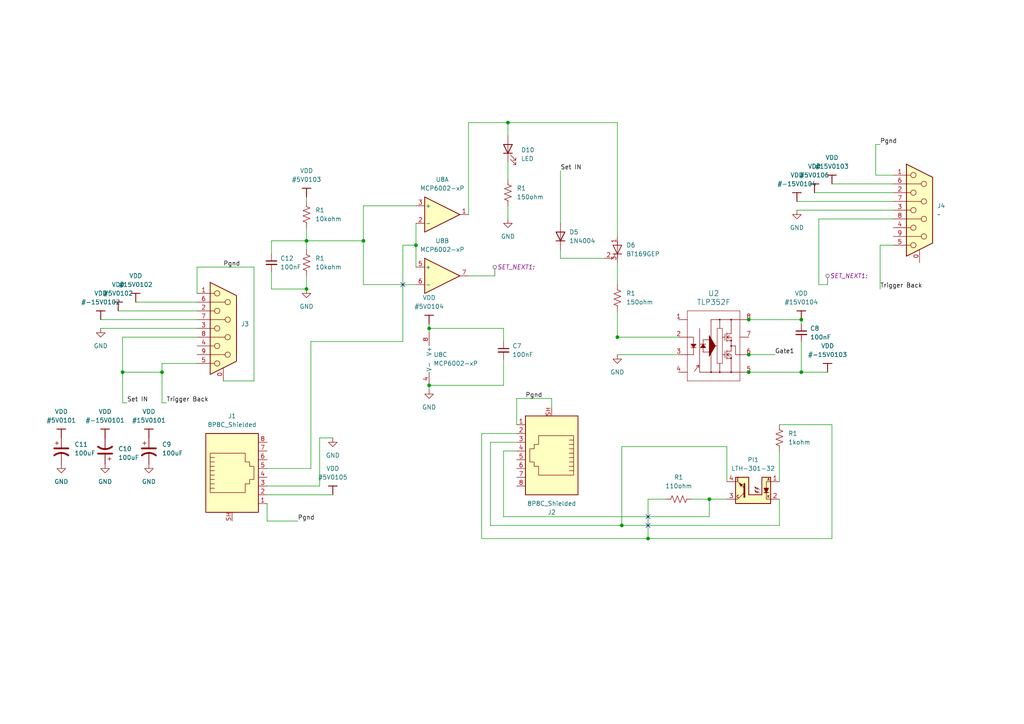
<source format=kicad_sch>
(kicad_sch (version 20230121) (generator eeschema)

  (uuid c0b689f8-cc7a-4911-aa11-c7982d4d2563)

  (paper "A4")

  (lib_symbols
    (symbol "Adafruit_0.56_7-Segment_QT-altium-import:VDD" (power) (in_bom yes) (on_board yes)
      (property "Reference" "#PWR" (at 0 0 0)
        (effects (font (size 1.27 1.27)))
      )
      (property "Value" "VDD" (at 0 3.81 0)
        (effects (font (size 1.27 1.27)))
      )
      (property "Footprint" "" (at 0 0 0)
        (effects (font (size 1.27 1.27)) hide)
      )
      (property "Datasheet" "" (at 0 0 0)
        (effects (font (size 1.27 1.27)) hide)
      )
      (property "ki_keywords" "power-flag" (at 0 0 0)
        (effects (font (size 1.27 1.27)) hide)
      )
      (property "ki_description" "Power symbol creates a global label with name 'VDD'" (at 0 0 0)
        (effects (font (size 1.27 1.27)) hide)
      )
      (symbol "VDD_0_0"
        (polyline
          (pts
            (xy -1.27 -2.54)
            (xy 1.27 -2.54)
          )
          (stroke (width 0.254) (type solid))
          (fill (type none))
        )
        (polyline
          (pts
            (xy 0 0)
            (xy 0 -2.54)
          )
          (stroke (width 0.254) (type solid))
          (fill (type none))
        )
        (pin power_in line (at 0 0 0) (length 0) hide
          (name "VDD" (effects (font (size 1.27 1.27))))
          (number "" (effects (font (size 1.27 1.27))))
        )
      )
    )
    (symbol "Amplifier_Operational:MCP6002-xP" (pin_names (offset 0.127)) (in_bom yes) (on_board yes)
      (property "Reference" "U" (at 0 5.08 0)
        (effects (font (size 1.27 1.27)) (justify left))
      )
      (property "Value" "MCP6002-xP" (at 0 -5.08 0)
        (effects (font (size 1.27 1.27)) (justify left))
      )
      (property "Footprint" "" (at 0 0 0)
        (effects (font (size 1.27 1.27)) hide)
      )
      (property "Datasheet" "http://ww1.microchip.com/downloads/en/DeviceDoc/21733j.pdf" (at 0 0 0)
        (effects (font (size 1.27 1.27)) hide)
      )
      (property "ki_locked" "" (at 0 0 0)
        (effects (font (size 1.27 1.27)))
      )
      (property "ki_keywords" "dual opamp" (at 0 0 0)
        (effects (font (size 1.27 1.27)) hide)
      )
      (property "ki_description" "1MHz, Low-Power Op Amp, DIP-8" (at 0 0 0)
        (effects (font (size 1.27 1.27)) hide)
      )
      (property "ki_fp_filters" "SOIC*3.9x4.9mm*P1.27mm* DIP*W7.62mm* TO*99* OnSemi*Micro8* TSSOP*3x3mm*P0.65mm* TSSOP*4.4x3mm*P0.65mm* MSOP*3x3mm*P0.65mm* SSOP*3.9x4.9mm*P0.635mm* LFCSP*2x2mm*P0.5mm* *SIP* SOIC*5.3x6.2mm*P1.27mm*" (at 0 0 0)
        (effects (font (size 1.27 1.27)) hide)
      )
      (symbol "MCP6002-xP_1_1"
        (polyline
          (pts
            (xy -5.08 5.08)
            (xy 5.08 0)
            (xy -5.08 -5.08)
            (xy -5.08 5.08)
          )
          (stroke (width 0.254) (type default))
          (fill (type background))
        )
        (pin output line (at 7.62 0 180) (length 2.54)
          (name "~" (effects (font (size 1.27 1.27))))
          (number "1" (effects (font (size 1.27 1.27))))
        )
        (pin input line (at -7.62 -2.54 0) (length 2.54)
          (name "-" (effects (font (size 1.27 1.27))))
          (number "2" (effects (font (size 1.27 1.27))))
        )
        (pin input line (at -7.62 2.54 0) (length 2.54)
          (name "+" (effects (font (size 1.27 1.27))))
          (number "3" (effects (font (size 1.27 1.27))))
        )
      )
      (symbol "MCP6002-xP_2_1"
        (polyline
          (pts
            (xy -5.08 5.08)
            (xy 5.08 0)
            (xy -5.08 -5.08)
            (xy -5.08 5.08)
          )
          (stroke (width 0.254) (type default))
          (fill (type background))
        )
        (pin input line (at -7.62 2.54 0) (length 2.54)
          (name "+" (effects (font (size 1.27 1.27))))
          (number "5" (effects (font (size 1.27 1.27))))
        )
        (pin input line (at -7.62 -2.54 0) (length 2.54)
          (name "-" (effects (font (size 1.27 1.27))))
          (number "6" (effects (font (size 1.27 1.27))))
        )
        (pin output line (at 7.62 0 180) (length 2.54)
          (name "~" (effects (font (size 1.27 1.27))))
          (number "7" (effects (font (size 1.27 1.27))))
        )
      )
      (symbol "MCP6002-xP_3_1"
        (pin power_in line (at -2.54 -7.62 90) (length 3.81)
          (name "V-" (effects (font (size 1.27 1.27))))
          (number "4" (effects (font (size 1.27 1.27))))
        )
        (pin power_in line (at -2.54 7.62 270) (length 3.81)
          (name "V+" (effects (font (size 1.27 1.27))))
          (number "8" (effects (font (size 1.27 1.27))))
        )
      )
    )
    (symbol "Connector:8P8C_Shielded" (pin_names (offset 1.016)) (in_bom yes) (on_board yes)
      (property "Reference" "J" (at -5.08 13.97 0)
        (effects (font (size 1.27 1.27)) (justify right))
      )
      (property "Value" "8P8C_Shielded" (at 2.54 13.97 0)
        (effects (font (size 1.27 1.27)) (justify left))
      )
      (property "Footprint" "" (at 0 0.635 90)
        (effects (font (size 1.27 1.27)) hide)
      )
      (property "Datasheet" "~" (at 0 0.635 90)
        (effects (font (size 1.27 1.27)) hide)
      )
      (property "ki_keywords" "8P8C RJ socket connector" (at 0 0 0)
        (effects (font (size 1.27 1.27)) hide)
      )
      (property "ki_description" "RJ connector, 8P8C (8 positions 8 connected), RJ31/RJ32/RJ33/RJ34/RJ35/RJ41/RJ45/RJ49/RJ61, Shielded" (at 0 0 0)
        (effects (font (size 1.27 1.27)) hide)
      )
      (property "ki_fp_filters" "8P8C* RJ31* RJ32* RJ33* RJ34* RJ35* RJ41* RJ45* RJ49* RJ61*" (at 0 0 0)
        (effects (font (size 1.27 1.27)) hide)
      )
      (symbol "8P8C_Shielded_0_1"
        (polyline
          (pts
            (xy -5.08 4.445)
            (xy -6.35 4.445)
          )
          (stroke (width 0) (type default))
          (fill (type none))
        )
        (polyline
          (pts
            (xy -5.08 5.715)
            (xy -6.35 5.715)
          )
          (stroke (width 0) (type default))
          (fill (type none))
        )
        (polyline
          (pts
            (xy -6.35 -3.175)
            (xy -5.08 -3.175)
            (xy -5.08 -3.175)
          )
          (stroke (width 0) (type default))
          (fill (type none))
        )
        (polyline
          (pts
            (xy -6.35 -1.905)
            (xy -5.08 -1.905)
            (xy -5.08 -1.905)
          )
          (stroke (width 0) (type default))
          (fill (type none))
        )
        (polyline
          (pts
            (xy -6.35 -0.635)
            (xy -5.08 -0.635)
            (xy -5.08 -0.635)
          )
          (stroke (width 0) (type default))
          (fill (type none))
        )
        (polyline
          (pts
            (xy -6.35 0.635)
            (xy -5.08 0.635)
            (xy -5.08 0.635)
          )
          (stroke (width 0) (type default))
          (fill (type none))
        )
        (polyline
          (pts
            (xy -6.35 1.905)
            (xy -5.08 1.905)
            (xy -5.08 1.905)
          )
          (stroke (width 0) (type default))
          (fill (type none))
        )
        (polyline
          (pts
            (xy -5.08 3.175)
            (xy -6.35 3.175)
            (xy -6.35 3.175)
          )
          (stroke (width 0) (type default))
          (fill (type none))
        )
        (polyline
          (pts
            (xy -6.35 -4.445)
            (xy -6.35 6.985)
            (xy 3.81 6.985)
            (xy 3.81 4.445)
            (xy 5.08 4.445)
            (xy 5.08 3.175)
            (xy 6.35 3.175)
            (xy 6.35 -0.635)
            (xy 5.08 -0.635)
            (xy 5.08 -1.905)
            (xy 3.81 -1.905)
            (xy 3.81 -4.445)
            (xy -6.35 -4.445)
            (xy -6.35 -4.445)
          )
          (stroke (width 0) (type default))
          (fill (type none))
        )
        (rectangle (start 7.62 12.7) (end -7.62 -10.16)
          (stroke (width 0.254) (type default))
          (fill (type background))
        )
      )
      (symbol "8P8C_Shielded_1_1"
        (pin passive line (at 10.16 -7.62 180) (length 2.54)
          (name "~" (effects (font (size 1.27 1.27))))
          (number "1" (effects (font (size 1.27 1.27))))
        )
        (pin passive line (at 10.16 -5.08 180) (length 2.54)
          (name "~" (effects (font (size 1.27 1.27))))
          (number "2" (effects (font (size 1.27 1.27))))
        )
        (pin passive line (at 10.16 -2.54 180) (length 2.54)
          (name "~" (effects (font (size 1.27 1.27))))
          (number "3" (effects (font (size 1.27 1.27))))
        )
        (pin passive line (at 10.16 0 180) (length 2.54)
          (name "~" (effects (font (size 1.27 1.27))))
          (number "4" (effects (font (size 1.27 1.27))))
        )
        (pin passive line (at 10.16 2.54 180) (length 2.54)
          (name "~" (effects (font (size 1.27 1.27))))
          (number "5" (effects (font (size 1.27 1.27))))
        )
        (pin passive line (at 10.16 5.08 180) (length 2.54)
          (name "~" (effects (font (size 1.27 1.27))))
          (number "6" (effects (font (size 1.27 1.27))))
        )
        (pin passive line (at 10.16 7.62 180) (length 2.54)
          (name "~" (effects (font (size 1.27 1.27))))
          (number "7" (effects (font (size 1.27 1.27))))
        )
        (pin passive line (at 10.16 10.16 180) (length 2.54)
          (name "~" (effects (font (size 1.27 1.27))))
          (number "8" (effects (font (size 1.27 1.27))))
        )
        (pin passive line (at 0 -12.7 90) (length 2.54)
          (name "~" (effects (font (size 1.27 1.27))))
          (number "SH" (effects (font (size 1.27 1.27))))
        )
      )
    )
    (symbol "Connector:DE9_Receptacle_MountingHoles" (pin_names (offset 1.016) hide) (in_bom yes) (on_board yes)
      (property "Reference" "J" (at 0 16.51 0)
        (effects (font (size 1.27 1.27)))
      )
      (property "Value" "DE9_Receptacle_MountingHoles" (at 0 14.605 0)
        (effects (font (size 1.27 1.27)))
      )
      (property "Footprint" "" (at 0 0 0)
        (effects (font (size 1.27 1.27)) hide)
      )
      (property "Datasheet" " ~" (at 0 0 0)
        (effects (font (size 1.27 1.27)) hide)
      )
      (property "ki_keywords" "connector receptacle female D-SUB DB9" (at 0 0 0)
        (effects (font (size 1.27 1.27)) hide)
      )
      (property "ki_description" "9-pin female receptacle socket D-SUB connector, Mounting Hole" (at 0 0 0)
        (effects (font (size 1.27 1.27)) hide)
      )
      (property "ki_fp_filters" "DSUB*Female*" (at 0 0 0)
        (effects (font (size 1.27 1.27)) hide)
      )
      (symbol "DE9_Receptacle_MountingHoles_0_1"
        (circle (center -1.778 -10.16) (radius 0.762)
          (stroke (width 0) (type default))
          (fill (type none))
        )
        (circle (center -1.778 -5.08) (radius 0.762)
          (stroke (width 0) (type default))
          (fill (type none))
        )
        (circle (center -1.778 0) (radius 0.762)
          (stroke (width 0) (type default))
          (fill (type none))
        )
        (circle (center -1.778 5.08) (radius 0.762)
          (stroke (width 0) (type default))
          (fill (type none))
        )
        (circle (center -1.778 10.16) (radius 0.762)
          (stroke (width 0) (type default))
          (fill (type none))
        )
        (polyline
          (pts
            (xy -3.81 -10.16)
            (xy -2.54 -10.16)
          )
          (stroke (width 0) (type default))
          (fill (type none))
        )
        (polyline
          (pts
            (xy -3.81 -7.62)
            (xy 0.508 -7.62)
          )
          (stroke (width 0) (type default))
          (fill (type none))
        )
        (polyline
          (pts
            (xy -3.81 -5.08)
            (xy -2.54 -5.08)
          )
          (stroke (width 0) (type default))
          (fill (type none))
        )
        (polyline
          (pts
            (xy -3.81 -2.54)
            (xy 0.508 -2.54)
          )
          (stroke (width 0) (type default))
          (fill (type none))
        )
        (polyline
          (pts
            (xy -3.81 0)
            (xy -2.54 0)
          )
          (stroke (width 0) (type default))
          (fill (type none))
        )
        (polyline
          (pts
            (xy -3.81 2.54)
            (xy 0.508 2.54)
          )
          (stroke (width 0) (type default))
          (fill (type none))
        )
        (polyline
          (pts
            (xy -3.81 5.08)
            (xy -2.54 5.08)
          )
          (stroke (width 0) (type default))
          (fill (type none))
        )
        (polyline
          (pts
            (xy -3.81 7.62)
            (xy 0.508 7.62)
          )
          (stroke (width 0) (type default))
          (fill (type none))
        )
        (polyline
          (pts
            (xy -3.81 10.16)
            (xy -2.54 10.16)
          )
          (stroke (width 0) (type default))
          (fill (type none))
        )
        (polyline
          (pts
            (xy -3.81 13.335)
            (xy -3.81 -13.335)
            (xy 3.81 -9.525)
            (xy 3.81 9.525)
            (xy -3.81 13.335)
          )
          (stroke (width 0.254) (type default))
          (fill (type background))
        )
        (circle (center 1.27 -7.62) (radius 0.762)
          (stroke (width 0) (type default))
          (fill (type none))
        )
        (circle (center 1.27 -2.54) (radius 0.762)
          (stroke (width 0) (type default))
          (fill (type none))
        )
        (circle (center 1.27 2.54) (radius 0.762)
          (stroke (width 0) (type default))
          (fill (type none))
        )
        (circle (center 1.27 7.62) (radius 0.762)
          (stroke (width 0) (type default))
          (fill (type none))
        )
      )
      (symbol "DE9_Receptacle_MountingHoles_1_1"
        (pin passive line (at 0 -15.24 90) (length 3.81)
          (name "PAD" (effects (font (size 1.27 1.27))))
          (number "0" (effects (font (size 1.27 1.27))))
        )
        (pin passive line (at -7.62 10.16 0) (length 3.81)
          (name "1" (effects (font (size 1.27 1.27))))
          (number "1" (effects (font (size 1.27 1.27))))
        )
        (pin passive line (at -7.62 5.08 0) (length 3.81)
          (name "2" (effects (font (size 1.27 1.27))))
          (number "2" (effects (font (size 1.27 1.27))))
        )
        (pin passive line (at -7.62 0 0) (length 3.81)
          (name "3" (effects (font (size 1.27 1.27))))
          (number "3" (effects (font (size 1.27 1.27))))
        )
        (pin passive line (at -7.62 -5.08 0) (length 3.81)
          (name "4" (effects (font (size 1.27 1.27))))
          (number "4" (effects (font (size 1.27 1.27))))
        )
        (pin passive line (at -7.62 -10.16 0) (length 3.81)
          (name "5" (effects (font (size 1.27 1.27))))
          (number "5" (effects (font (size 1.27 1.27))))
        )
        (pin passive line (at -7.62 7.62 0) (length 3.81)
          (name "6" (effects (font (size 1.27 1.27))))
          (number "6" (effects (font (size 1.27 1.27))))
        )
        (pin passive line (at -7.62 2.54 0) (length 3.81)
          (name "7" (effects (font (size 1.27 1.27))))
          (number "7" (effects (font (size 1.27 1.27))))
        )
        (pin passive line (at -7.62 -2.54 0) (length 3.81)
          (name "8" (effects (font (size 1.27 1.27))))
          (number "8" (effects (font (size 1.27 1.27))))
        )
        (pin passive line (at -7.62 -7.62 0) (length 3.81)
          (name "9" (effects (font (size 1.27 1.27))))
          (number "9" (effects (font (size 1.27 1.27))))
        )
      )
    )
    (symbol "Device:C_Polarized_US" (pin_numbers hide) (pin_names (offset 0.254) hide) (in_bom yes) (on_board yes)
      (property "Reference" "C" (at 0.635 2.54 0)
        (effects (font (size 1.27 1.27)) (justify left))
      )
      (property "Value" "C_Polarized_US" (at 0.635 -2.54 0)
        (effects (font (size 1.27 1.27)) (justify left))
      )
      (property "Footprint" "" (at 0 0 0)
        (effects (font (size 1.27 1.27)) hide)
      )
      (property "Datasheet" "~" (at 0 0 0)
        (effects (font (size 1.27 1.27)) hide)
      )
      (property "ki_keywords" "cap capacitor" (at 0 0 0)
        (effects (font (size 1.27 1.27)) hide)
      )
      (property "ki_description" "Polarized capacitor, US symbol" (at 0 0 0)
        (effects (font (size 1.27 1.27)) hide)
      )
      (property "ki_fp_filters" "CP_*" (at 0 0 0)
        (effects (font (size 1.27 1.27)) hide)
      )
      (symbol "C_Polarized_US_0_1"
        (polyline
          (pts
            (xy -2.032 0.762)
            (xy 2.032 0.762)
          )
          (stroke (width 0.508) (type default))
          (fill (type none))
        )
        (polyline
          (pts
            (xy -1.778 2.286)
            (xy -0.762 2.286)
          )
          (stroke (width 0) (type default))
          (fill (type none))
        )
        (polyline
          (pts
            (xy -1.27 1.778)
            (xy -1.27 2.794)
          )
          (stroke (width 0) (type default))
          (fill (type none))
        )
        (arc (start 2.032 -1.27) (mid 0 -0.5572) (end -2.032 -1.27)
          (stroke (width 0.508) (type default))
          (fill (type none))
        )
      )
      (symbol "C_Polarized_US_1_1"
        (pin passive line (at 0 3.81 270) (length 2.794)
          (name "~" (effects (font (size 1.27 1.27))))
          (number "1" (effects (font (size 1.27 1.27))))
        )
        (pin passive line (at 0 -3.81 90) (length 3.302)
          (name "~" (effects (font (size 1.27 1.27))))
          (number "2" (effects (font (size 1.27 1.27))))
        )
      )
    )
    (symbol "Device:C_Small" (pin_numbers hide) (pin_names (offset 0.254) hide) (in_bom yes) (on_board yes)
      (property "Reference" "C" (at 0.254 1.778 0)
        (effects (font (size 1.27 1.27)) (justify left))
      )
      (property "Value" "C_Small" (at 0.254 -2.032 0)
        (effects (font (size 1.27 1.27)) (justify left))
      )
      (property "Footprint" "" (at 0 0 0)
        (effects (font (size 1.27 1.27)) hide)
      )
      (property "Datasheet" "~" (at 0 0 0)
        (effects (font (size 1.27 1.27)) hide)
      )
      (property "ki_keywords" "capacitor cap" (at 0 0 0)
        (effects (font (size 1.27 1.27)) hide)
      )
      (property "ki_description" "Unpolarized capacitor, small symbol" (at 0 0 0)
        (effects (font (size 1.27 1.27)) hide)
      )
      (property "ki_fp_filters" "C_*" (at 0 0 0)
        (effects (font (size 1.27 1.27)) hide)
      )
      (symbol "C_Small_0_1"
        (polyline
          (pts
            (xy -1.524 -0.508)
            (xy 1.524 -0.508)
          )
          (stroke (width 0.3302) (type default))
          (fill (type none))
        )
        (polyline
          (pts
            (xy -1.524 0.508)
            (xy 1.524 0.508)
          )
          (stroke (width 0.3048) (type default))
          (fill (type none))
        )
      )
      (symbol "C_Small_1_1"
        (pin passive line (at 0 2.54 270) (length 2.032)
          (name "~" (effects (font (size 1.27 1.27))))
          (number "1" (effects (font (size 1.27 1.27))))
        )
        (pin passive line (at 0 -2.54 90) (length 2.032)
          (name "~" (effects (font (size 1.27 1.27))))
          (number "2" (effects (font (size 1.27 1.27))))
        )
      )
    )
    (symbol "Device:LED" (pin_numbers hide) (pin_names (offset 1.016) hide) (in_bom yes) (on_board yes)
      (property "Reference" "D" (at 0 2.54 0)
        (effects (font (size 1.27 1.27)))
      )
      (property "Value" "LED" (at 0 -2.54 0)
        (effects (font (size 1.27 1.27)))
      )
      (property "Footprint" "" (at 0 0 0)
        (effects (font (size 1.27 1.27)) hide)
      )
      (property "Datasheet" "~" (at 0 0 0)
        (effects (font (size 1.27 1.27)) hide)
      )
      (property "ki_keywords" "LED diode" (at 0 0 0)
        (effects (font (size 1.27 1.27)) hide)
      )
      (property "ki_description" "Light emitting diode" (at 0 0 0)
        (effects (font (size 1.27 1.27)) hide)
      )
      (property "ki_fp_filters" "LED* LED_SMD:* LED_THT:*" (at 0 0 0)
        (effects (font (size 1.27 1.27)) hide)
      )
      (symbol "LED_0_1"
        (polyline
          (pts
            (xy -1.27 -1.27)
            (xy -1.27 1.27)
          )
          (stroke (width 0.254) (type default))
          (fill (type none))
        )
        (polyline
          (pts
            (xy -1.27 0)
            (xy 1.27 0)
          )
          (stroke (width 0) (type default))
          (fill (type none))
        )
        (polyline
          (pts
            (xy 1.27 -1.27)
            (xy 1.27 1.27)
            (xy -1.27 0)
            (xy 1.27 -1.27)
          )
          (stroke (width 0.254) (type default))
          (fill (type none))
        )
        (polyline
          (pts
            (xy -3.048 -0.762)
            (xy -4.572 -2.286)
            (xy -3.81 -2.286)
            (xy -4.572 -2.286)
            (xy -4.572 -1.524)
          )
          (stroke (width 0) (type default))
          (fill (type none))
        )
        (polyline
          (pts
            (xy -1.778 -0.762)
            (xy -3.302 -2.286)
            (xy -2.54 -2.286)
            (xy -3.302 -2.286)
            (xy -3.302 -1.524)
          )
          (stroke (width 0) (type default))
          (fill (type none))
        )
      )
      (symbol "LED_1_1"
        (pin passive line (at -3.81 0 0) (length 2.54)
          (name "K" (effects (font (size 1.27 1.27))))
          (number "1" (effects (font (size 1.27 1.27))))
        )
        (pin passive line (at 3.81 0 180) (length 2.54)
          (name "A" (effects (font (size 1.27 1.27))))
          (number "2" (effects (font (size 1.27 1.27))))
        )
      )
    )
    (symbol "Device:Q_SCR_AGK" (pin_names (offset 0) hide) (in_bom yes) (on_board yes)
      (property "Reference" "D" (at 1.905 0.635 0)
        (effects (font (size 1.27 1.27)) (justify left))
      )
      (property "Value" "Q_SCR_AGK" (at 1.905 -1.27 0)
        (effects (font (size 1.27 1.27)) (justify left))
      )
      (property "Footprint" "" (at 0 0 90)
        (effects (font (size 1.27 1.27)) hide)
      )
      (property "Datasheet" "~" (at 0 0 90)
        (effects (font (size 1.27 1.27)) hide)
      )
      (property "ki_keywords" "SCR thyristor" (at 0 0 0)
        (effects (font (size 1.27 1.27)) hide)
      )
      (property "ki_description" "Silicon controlled rectifier, anode/gate/cathode" (at 0 0 0)
        (effects (font (size 1.27 1.27)) hide)
      )
      (symbol "Q_SCR_AGK_0_1"
        (polyline
          (pts
            (xy -1.27 -2.54)
            (xy -0.635 -1.27)
          )
          (stroke (width 0) (type default))
          (fill (type none))
        )
        (polyline
          (pts
            (xy -1.27 -1.27)
            (xy 1.27 -1.27)
          )
          (stroke (width 0.2032) (type default))
          (fill (type none))
        )
        (polyline
          (pts
            (xy 0 -2.54)
            (xy 0 2.54)
          )
          (stroke (width 0) (type default))
          (fill (type none))
        )
        (polyline
          (pts
            (xy -1.27 1.27)
            (xy 1.27 1.27)
            (xy 0 -1.27)
            (xy -1.27 1.27)
          )
          (stroke (width 0.2032) (type default))
          (fill (type none))
        )
      )
      (symbol "Q_SCR_AGK_1_1"
        (pin passive line (at 0 3.81 270) (length 2.54)
          (name "A" (effects (font (size 1.27 1.27))))
          (number "1" (effects (font (size 1.27 1.27))))
        )
        (pin input line (at -3.81 -2.54 0) (length 2.54)
          (name "G" (effects (font (size 1.27 1.27))))
          (number "2" (effects (font (size 1.27 1.27))))
        )
        (pin passive line (at 0 -3.81 90) (length 2.54)
          (name "K" (effects (font (size 1.27 1.27))))
          (number "3" (effects (font (size 1.27 1.27))))
        )
      )
    )
    (symbol "Device:R_US" (pin_numbers hide) (pin_names (offset 0)) (in_bom yes) (on_board yes)
      (property "Reference" "R" (at 2.54 0 90)
        (effects (font (size 1.27 1.27)))
      )
      (property "Value" "R_US" (at -2.54 0 90)
        (effects (font (size 1.27 1.27)))
      )
      (property "Footprint" "" (at 1.016 -0.254 90)
        (effects (font (size 1.27 1.27)) hide)
      )
      (property "Datasheet" "~" (at 0 0 0)
        (effects (font (size 1.27 1.27)) hide)
      )
      (property "ki_keywords" "R res resistor" (at 0 0 0)
        (effects (font (size 1.27 1.27)) hide)
      )
      (property "ki_description" "Resistor, US symbol" (at 0 0 0)
        (effects (font (size 1.27 1.27)) hide)
      )
      (property "ki_fp_filters" "R_*" (at 0 0 0)
        (effects (font (size 1.27 1.27)) hide)
      )
      (symbol "R_US_0_1"
        (polyline
          (pts
            (xy 0 -2.286)
            (xy 0 -2.54)
          )
          (stroke (width 0) (type default))
          (fill (type none))
        )
        (polyline
          (pts
            (xy 0 2.286)
            (xy 0 2.54)
          )
          (stroke (width 0) (type default))
          (fill (type none))
        )
        (polyline
          (pts
            (xy 0 -0.762)
            (xy 1.016 -1.143)
            (xy 0 -1.524)
            (xy -1.016 -1.905)
            (xy 0 -2.286)
          )
          (stroke (width 0) (type default))
          (fill (type none))
        )
        (polyline
          (pts
            (xy 0 0.762)
            (xy 1.016 0.381)
            (xy 0 0)
            (xy -1.016 -0.381)
            (xy 0 -0.762)
          )
          (stroke (width 0) (type default))
          (fill (type none))
        )
        (polyline
          (pts
            (xy 0 2.286)
            (xy 1.016 1.905)
            (xy 0 1.524)
            (xy -1.016 1.143)
            (xy 0 0.762)
          )
          (stroke (width 0) (type default))
          (fill (type none))
        )
      )
      (symbol "R_US_1_1"
        (pin passive line (at 0 3.81 270) (length 1.27)
          (name "~" (effects (font (size 1.27 1.27))))
          (number "1" (effects (font (size 1.27 1.27))))
        )
        (pin passive line (at 0 -3.81 90) (length 1.27)
          (name "~" (effects (font (size 1.27 1.27))))
          (number "2" (effects (font (size 1.27 1.27))))
        )
      )
    )
    (symbol "Diode:1N914" (pin_numbers hide) (pin_names hide) (in_bom yes) (on_board yes)
      (property "Reference" "D" (at 0 2.54 0)
        (effects (font (size 1.27 1.27)))
      )
      (property "Value" "1N914" (at 0 -2.54 0)
        (effects (font (size 1.27 1.27)))
      )
      (property "Footprint" "Diode_THT:D_DO-35_SOD27_P7.62mm_Horizontal" (at 0 -4.445 0)
        (effects (font (size 1.27 1.27)) hide)
      )
      (property "Datasheet" "http://www.vishay.com/docs/85622/1n914.pdf" (at 0 0 0)
        (effects (font (size 1.27 1.27)) hide)
      )
      (property "Sim.Device" "D" (at 0 0 0)
        (effects (font (size 1.27 1.27)) hide)
      )
      (property "Sim.Pins" "1=K 2=A" (at 0 0 0)
        (effects (font (size 1.27 1.27)) hide)
      )
      (property "ki_keywords" "diode" (at 0 0 0)
        (effects (font (size 1.27 1.27)) hide)
      )
      (property "ki_description" "100V 0.3A Small Signal Fast Switching Diode, DO-35" (at 0 0 0)
        (effects (font (size 1.27 1.27)) hide)
      )
      (property "ki_fp_filters" "D*DO?35*" (at 0 0 0)
        (effects (font (size 1.27 1.27)) hide)
      )
      (symbol "1N914_0_1"
        (polyline
          (pts
            (xy -1.27 1.27)
            (xy -1.27 -1.27)
          )
          (stroke (width 0.254) (type default))
          (fill (type none))
        )
        (polyline
          (pts
            (xy 1.27 0)
            (xy -1.27 0)
          )
          (stroke (width 0) (type default))
          (fill (type none))
        )
        (polyline
          (pts
            (xy 1.27 1.27)
            (xy 1.27 -1.27)
            (xy -1.27 0)
            (xy 1.27 1.27)
          )
          (stroke (width 0.254) (type default))
          (fill (type none))
        )
      )
      (symbol "1N914_1_1"
        (pin passive line (at -3.81 0 0) (length 2.54)
          (name "K" (effects (font (size 1.27 1.27))))
          (number "1" (effects (font (size 1.27 1.27))))
        )
        (pin passive line (at 3.81 0 180) (length 2.54)
          (name "A" (effects (font (size 1.27 1.27))))
          (number "2" (effects (font (size 1.27 1.27))))
        )
      )
    )
    (symbol "Sensor_Proximity:ITR9608-F" (in_bom yes) (on_board yes)
      (property "Reference" "U" (at -5.08 5.08 0)
        (effects (font (size 1.27 1.27)) (justify left))
      )
      (property "Value" "ITR9608-F" (at 0 -5.08 0)
        (effects (font (size 1.27 1.27)))
      )
      (property "Footprint" "OptoDevice:Everlight_ITR9608-F" (at 0 -6.35 0)
        (effects (font (size 1.27 1.27) italic) hide)
      )
      (property "Datasheet" "https://everlighteurope.com/index.php?controller=attachment&id_attachment=5389" (at -1.27 6.35 0)
        (effects (font (size 1.27 1.27)) hide)
      )
      (property "ki_keywords" "Photointerrupter opto interrupter infrared LED fast response time infrared 940nm 5mm gap" (at 0 0 0)
        (effects (font (size 1.27 1.27)) hide)
      )
      (property "ki_description" "Photointerrupter infrared LED with photo IC, -25 to +85 degree Celsius" (at 0 0 0)
        (effects (font (size 1.27 1.27)) hide)
      )
      (property "ki_fp_filters" "*ITR9608*" (at 0 0 0)
        (effects (font (size 1.27 1.27)) hide)
      )
      (symbol "ITR9608-F_0_0"
        (text "A" (at -4.445 3.175 0)
          (effects (font (size 0.762 0.762)))
        )
        (text "C" (at 4.445 -1.778 0)
          (effects (font (size 0.762 0.762)))
        )
        (text "E" (at 4.445 3.175 0)
          (effects (font (size 0.762 0.762)))
        )
        (text "K" (at -4.445 -1.778 0)
          (effects (font (size 0.762 0.762)))
        )
      )
      (symbol "ITR9608-F_0_1"
        (polyline
          (pts
            (xy -4.445 -0.635)
            (xy -3.175 -0.635)
          )
          (stroke (width 0.254) (type default))
          (fill (type none))
        )
        (polyline
          (pts
            (xy 2.54 -0.635)
            (xy 4.445 -2.54)
          )
          (stroke (width 0) (type default))
          (fill (type none))
        )
        (polyline
          (pts
            (xy 4.445 -2.54)
            (xy 5.08 -2.54)
          )
          (stroke (width 0) (type default))
          (fill (type none))
        )
        (polyline
          (pts
            (xy 4.445 2.54)
            (xy 2.54 0.635)
          )
          (stroke (width 0) (type default))
          (fill (type outline))
        )
        (polyline
          (pts
            (xy 4.445 2.54)
            (xy 5.08 2.54)
          )
          (stroke (width 0) (type default))
          (fill (type none))
        )
        (polyline
          (pts
            (xy -5.08 -2.54)
            (xy -3.81 -2.54)
            (xy -3.81 -0.635)
          )
          (stroke (width 0) (type default))
          (fill (type none))
        )
        (polyline
          (pts
            (xy -5.08 2.54)
            (xy -3.81 2.54)
            (xy -3.81 0.635)
          )
          (stroke (width 0) (type default))
          (fill (type none))
        )
        (polyline
          (pts
            (xy 2.54 -1.905)
            (xy 2.54 1.905)
            (xy 2.54 1.905)
          )
          (stroke (width 0.508) (type default))
          (fill (type none))
        )
        (polyline
          (pts
            (xy -3.81 -0.635)
            (xy -4.445 0.635)
            (xy -3.175 0.635)
            (xy -3.81 -0.635)
          )
          (stroke (width 0.254) (type default))
          (fill (type outline))
        )
        (polyline
          (pts
            (xy -1.778 0.254)
            (xy -1.2446 0.762)
            (xy -1.2446 0.254)
            (xy -0.4826 1.016)
          )
          (stroke (width 0) (type default))
          (fill (type none))
        )
        (polyline
          (pts
            (xy -0.4826 1.016)
            (xy -0.9906 0.762)
            (xy -0.7366 0.508)
            (xy -0.4826 1.016)
          )
          (stroke (width 0) (type default))
          (fill (type none))
        )
        (polyline
          (pts
            (xy 3.048 1.651)
            (xy 3.556 1.143)
            (xy 4.064 2.159)
            (xy 3.048 1.651)
            (xy 3.048 1.651)
          )
          (stroke (width 0) (type default))
          (fill (type outline))
        )
        (polyline
          (pts
            (xy -1.778 -0.762)
            (xy -1.2446 -0.254)
            (xy -1.2446 -0.762)
            (xy -0.4826 0)
            (xy -0.9906 -0.254)
            (xy -0.7366 -0.508)
            (xy -0.4826 0)
          )
          (stroke (width 0) (type default))
          (fill (type none))
        )
        (polyline
          (pts
            (xy -5.08 3.81)
            (xy -5.08 -3.81)
            (xy 5.08 -3.81)
            (xy 5.08 3.81)
            (xy 1.27 3.81)
            (xy 1.27 -1.27)
            (xy -2.54 -1.27)
            (xy -2.54 3.81)
            (xy -5.08 3.81)
          )
          (stroke (width 0.254) (type default))
          (fill (type background))
        )
      )
      (symbol "ITR9608-F_1_1"
        (pin passive line (at -7.62 2.54 0) (length 2.54)
          (name "~" (effects (font (size 1.27 1.27))))
          (number "1" (effects (font (size 1.27 1.27))))
        )
        (pin passive line (at -7.62 -2.54 0) (length 2.54)
          (name "~" (effects (font (size 1.27 1.27))))
          (number "2" (effects (font (size 1.27 1.27))))
        )
        (pin open_collector line (at 7.62 -2.54 180) (length 2.54)
          (name "~" (effects (font (size 1.27 1.27))))
          (number "3" (effects (font (size 1.27 1.27))))
        )
        (pin open_emitter line (at 7.62 2.54 180) (length 2.54)
          (name "~" (effects (font (size 1.27 1.27))))
          (number "4" (effects (font (size 1.27 1.27))))
        )
      )
    )
    (symbol "TLP532(F):TLP352F" (pin_names (offset 0.254)) (in_bom yes) (on_board yes)
      (property "Reference" "U3" (at 7.62 5.08 0)
        (effects (font (size 1.524 1.524)))
      )
      (property "Value" "TLP352F" (at 7.62 2.54 0)
        (effects (font (size 1.524 1.524)))
      )
      (property "Footprint" "DIP8_TOS" (at -2.54 5.08 0)
        (effects (font (size 1.27 1.27) italic) hide)
      )
      (property "Datasheet" "TLP352F" (at -2.54 2.54 0)
        (effects (font (size 1.27 1.27) italic) hide)
      )
      (property "ki_locked" "" (at 0 0 0)
        (effects (font (size 1.27 1.27)))
      )
      (property "ki_keywords" "TLP352(F)" (at 0 0 0)
        (effects (font (size 1.27 1.27)) hide)
      )
      (property "ki_fp_filters" "DIP8_TOS" (at 0 0 0)
        (effects (font (size 1.27 1.27)) hide)
      )
      (symbol "TLP352F_0_1"
        (polyline
          (pts
            (xy -2.54 -17.78)
            (xy 0 -17.78)
          )
          (stroke (width 0) (type default))
          (fill (type none))
        )
        (polyline
          (pts
            (xy -2.54 -12.7)
            (xy 0 -12.7)
          )
          (stroke (width 0) (type default))
          (fill (type none))
        )
        (polyline
          (pts
            (xy -2.54 -7.62)
            (xy 0 -7.62)
          )
          (stroke (width 0) (type default))
          (fill (type none))
        )
        (polyline
          (pts
            (xy -2.54 -2.54)
            (xy 0 -2.54)
          )
          (stroke (width 0) (type default))
          (fill (type none))
        )
        (polyline
          (pts
            (xy 0 -20.32)
            (xy 0 0)
          )
          (stroke (width 0.127) (type default))
          (fill (type none))
        )
        (polyline
          (pts
            (xy 0 0)
            (xy 15.24 0)
          )
          (stroke (width 0.127) (type default))
          (fill (type none))
        )
        (polyline
          (pts
            (xy 1.016 -10.668)
            (xy 2.54 -10.668)
          )
          (stroke (width 0) (type default))
          (fill (type none))
        )
        (polyline
          (pts
            (xy 1.778 -12.7)
            (xy 0 -12.7)
          )
          (stroke (width 0) (type default))
          (fill (type none))
        )
        (polyline
          (pts
            (xy 1.778 -12.7)
            (xy 1.778 -10.668)
          )
          (stroke (width 0) (type default))
          (fill (type none))
        )
        (polyline
          (pts
            (xy 1.778 -7.62)
            (xy 0 -7.62)
          )
          (stroke (width 0) (type default))
          (fill (type none))
        )
        (polyline
          (pts
            (xy 1.778 -7.62)
            (xy 1.778 -9.652)
          )
          (stroke (width 0) (type default))
          (fill (type none))
        )
        (polyline
          (pts
            (xy 2.54 -16.002)
            (xy 3.302 -15.748)
          )
          (stroke (width 0) (type default))
          (fill (type none))
        )
        (polyline
          (pts
            (xy 3.302 -16.51)
            (xy 3.302 -15.748)
          )
          (stroke (width 0) (type default))
          (fill (type none))
        )
        (polyline
          (pts
            (xy 3.302 -15.748)
            (xy 2.032 -17.526)
          )
          (stroke (width 0) (type default))
          (fill (type none))
        )
        (polyline
          (pts
            (xy 3.556 -17.78)
            (xy 15.24 -17.78)
          )
          (stroke (width 0) (type default))
          (fill (type none))
        )
        (polyline
          (pts
            (xy 3.556 -5.08)
            (xy 3.556 -17.78)
          )
          (stroke (width 0) (type default))
          (fill (type none))
        )
        (polyline
          (pts
            (xy 3.81 -9.652)
            (xy 5.334 -9.652)
          )
          (stroke (width 0) (type default))
          (fill (type none))
        )
        (polyline
          (pts
            (xy 4.572 -11.938)
            (xy 6.35 -11.938)
          )
          (stroke (width 0) (type default))
          (fill (type none))
        )
        (polyline
          (pts
            (xy 4.572 -10.668)
            (xy 4.572 -11.938)
          )
          (stroke (width 0) (type default))
          (fill (type none))
        )
        (polyline
          (pts
            (xy 4.572 -9.652)
            (xy 4.572 -8.382)
          )
          (stroke (width 0) (type default))
          (fill (type none))
        )
        (polyline
          (pts
            (xy 4.572 -8.382)
            (xy 6.35 -8.382)
          )
          (stroke (width 0) (type default))
          (fill (type none))
        )
        (polyline
          (pts
            (xy 6.858 -17.78)
            (xy 6.858 -12.192)
          )
          (stroke (width 0) (type default))
          (fill (type none))
        )
        (polyline
          (pts
            (xy 6.858 -2.54)
            (xy 6.858 -8.128)
          )
          (stroke (width 0) (type default))
          (fill (type none))
        )
        (polyline
          (pts
            (xy 6.858 -2.54)
            (xy 15.24 -2.54)
          )
          (stroke (width 0) (type default))
          (fill (type none))
        )
        (polyline
          (pts
            (xy 8.128 -10.16)
            (xy 8.636 -10.16)
          )
          (stroke (width 0) (type default))
          (fill (type none))
        )
        (polyline
          (pts
            (xy 8.636 -15.24)
            (xy 8.636 -5.08)
          )
          (stroke (width 0.127) (type default))
          (fill (type none))
        )
        (polyline
          (pts
            (xy 8.636 -5.08)
            (xy 10.16 -5.08)
          )
          (stroke (width 0.127) (type default))
          (fill (type none))
        )
        (polyline
          (pts
            (xy 9.398 -15.24)
            (xy 9.398 -17.78)
          )
          (stroke (width 0) (type default))
          (fill (type none))
        )
        (polyline
          (pts
            (xy 9.398 -5.08)
            (xy 9.398 -2.54)
          )
          (stroke (width 0) (type default))
          (fill (type none))
        )
        (polyline
          (pts
            (xy 10.16 -15.24)
            (xy 8.636 -15.24)
          )
          (stroke (width 0.127) (type default))
          (fill (type none))
        )
        (polyline
          (pts
            (xy 10.16 -12.7)
            (xy 10.922 -12.7)
          )
          (stroke (width 0) (type default))
          (fill (type none))
        )
        (polyline
          (pts
            (xy 10.16 -7.62)
            (xy 10.922 -7.62)
          )
          (stroke (width 0) (type default))
          (fill (type none))
        )
        (polyline
          (pts
            (xy 10.16 -5.08)
            (xy 10.16 -15.24)
          )
          (stroke (width 0.127) (type default))
          (fill (type none))
        )
        (polyline
          (pts
            (xy 10.922 -11.684)
            (xy 10.922 -13.716)
          )
          (stroke (width 0) (type default))
          (fill (type none))
        )
        (polyline
          (pts
            (xy 10.922 -6.604)
            (xy 10.922 -8.636)
          )
          (stroke (width 0) (type default))
          (fill (type none))
        )
        (polyline
          (pts
            (xy 11.43 -13.716)
            (xy 12.7 -13.716)
          )
          (stroke (width 0) (type default))
          (fill (type none))
        )
        (polyline
          (pts
            (xy 11.43 -12.7)
            (xy 12.192 -13.208)
          )
          (stroke (width 0) (type default))
          (fill (type none))
        )
        (polyline
          (pts
            (xy 11.43 -12.7)
            (xy 12.192 -12.192)
          )
          (stroke (width 0) (type default))
          (fill (type none))
        )
        (polyline
          (pts
            (xy 11.43 -12.7)
            (xy 12.7 -12.7)
          )
          (stroke (width 0) (type default))
          (fill (type none))
        )
        (polyline
          (pts
            (xy 11.43 -11.684)
            (xy 12.7 -11.684)
          )
          (stroke (width 0) (type default))
          (fill (type none))
        )
        (polyline
          (pts
            (xy 11.43 -11.43)
            (xy 11.43 -13.97)
          )
          (stroke (width 0) (type default))
          (fill (type none))
        )
        (polyline
          (pts
            (xy 11.43 -8.636)
            (xy 12.7 -8.636)
          )
          (stroke (width 0) (type default))
          (fill (type none))
        )
        (polyline
          (pts
            (xy 11.43 -7.62)
            (xy 12.192 -8.128)
          )
          (stroke (width 0) (type default))
          (fill (type none))
        )
        (polyline
          (pts
            (xy 11.43 -7.62)
            (xy 12.192 -7.112)
          )
          (stroke (width 0) (type default))
          (fill (type none))
        )
        (polyline
          (pts
            (xy 11.43 -7.62)
            (xy 12.7 -7.62)
          )
          (stroke (width 0) (type default))
          (fill (type none))
        )
        (polyline
          (pts
            (xy 11.43 -6.604)
            (xy 12.7 -6.604)
          )
          (stroke (width 0) (type default))
          (fill (type none))
        )
        (polyline
          (pts
            (xy 11.43 -6.35)
            (xy 11.43 -8.89)
          )
          (stroke (width 0) (type default))
          (fill (type none))
        )
        (polyline
          (pts
            (xy 12.7 -12.7)
            (xy 12.7 -17.78)
          )
          (stroke (width 0) (type default))
          (fill (type none))
        )
        (polyline
          (pts
            (xy 12.7 -10.16)
            (xy 13.97 -10.16)
          )
          (stroke (width 0) (type default))
          (fill (type none))
        )
        (polyline
          (pts
            (xy 12.7 -7.62)
            (xy 12.7 -11.684)
          )
          (stroke (width 0) (type default))
          (fill (type none))
        )
        (polyline
          (pts
            (xy 12.7 -6.604)
            (xy 12.7 -2.54)
          )
          (stroke (width 0) (type default))
          (fill (type none))
        )
        (polyline
          (pts
            (xy 13.97 -12.7)
            (xy 15.24 -12.7)
          )
          (stroke (width 0) (type default))
          (fill (type none))
        )
        (polyline
          (pts
            (xy 13.97 -10.16)
            (xy 13.97 -12.7)
          )
          (stroke (width 0) (type default))
          (fill (type none))
        )
        (polyline
          (pts
            (xy 15.24 -20.32)
            (xy 0 -20.32)
          )
          (stroke (width 0.127) (type default))
          (fill (type none))
        )
        (polyline
          (pts
            (xy 15.24 0)
            (xy 15.24 -20.32)
          )
          (stroke (width 0.127) (type default))
          (fill (type none))
        )
        (polyline
          (pts
            (xy 17.78 -17.78)
            (xy 15.24 -17.78)
          )
          (stroke (width 0) (type default))
          (fill (type none))
        )
        (polyline
          (pts
            (xy 17.78 -12.7)
            (xy 15.24 -12.7)
          )
          (stroke (width 0) (type default))
          (fill (type none))
        )
        (polyline
          (pts
            (xy 17.78 -7.62)
            (xy 15.24 -7.62)
          )
          (stroke (width 0) (type default))
          (fill (type none))
        )
        (polyline
          (pts
            (xy 17.78 -2.54)
            (xy 15.24 -2.54)
          )
          (stroke (width 0) (type default))
          (fill (type none))
        )
        (polyline
          (pts
            (xy 1.016 -9.652)
            (xy 1.016 -9.652)
            (xy 2.54 -9.652)
            (xy 1.778 -10.668)
            (xy 1.016 -9.652)
          )
          (stroke (width 0) (type default))
          (fill (type outline))
        )
        (polyline
          (pts
            (xy 3.81 -10.668)
            (xy 3.81 -10.668)
            (xy 5.334 -10.668)
            (xy 4.572 -9.652)
            (xy 3.81 -10.668)
          )
          (stroke (width 0) (type default))
          (fill (type outline))
        )
        (polyline
          (pts
            (xy 6.35 -7.112)
            (xy 6.35 -7.112)
            (xy 6.35 -13.208)
            (xy 8.128 -10.16)
            (xy 6.35 -7.112)
          )
          (stroke (width 0) (type default))
          (fill (type outline))
        )
        (circle (center 6.858 -17.78) (radius 0.127)
          (stroke (width 0.254) (type default))
          (fill (type none))
        )
        (circle (center 9.398 -17.78) (radius 0.127)
          (stroke (width 0.254) (type default))
          (fill (type none))
        )
        (circle (center 9.398 -2.54) (radius 0.127)
          (stroke (width 0.254) (type default))
          (fill (type none))
        )
        (circle (center 12.7 -17.78) (radius 0.127)
          (stroke (width 0.254) (type default))
          (fill (type none))
        )
        (circle (center 12.7 -13.716) (radius 0.127)
          (stroke (width 0.254) (type default))
          (fill (type none))
        )
        (circle (center 12.7 -10.16) (radius 0.127)
          (stroke (width 0.254) (type default))
          (fill (type none))
        )
        (circle (center 12.7 -8.636) (radius 0.127)
          (stroke (width 0.254) (type default))
          (fill (type none))
        )
        (circle (center 12.7 -2.54) (radius 0.127)
          (stroke (width 0.254) (type default))
          (fill (type none))
        )
      )
      (symbol "TLP352F_1_1"
        (pin bidirectional line (at -2.5146 -2.54 180) (length 0.0254)
          (name "" (effects (font (size 1.27 1.27))))
          (number "1" (effects (font (size 1.27 1.27))))
        )
        (pin input line (at -2.5146 -7.62 180) (length 0.0254)
          (name "" (effects (font (size 1.27 1.27))))
          (number "2" (effects (font (size 1.27 1.27))))
        )
        (pin output line (at -2.5146 -12.7 180) (length 0.0254)
          (name "" (effects (font (size 1.27 1.27))))
          (number "3" (effects (font (size 1.27 1.27))))
        )
        (pin bidirectional line (at -2.5146 -17.78 180) (length 0.0254)
          (name "" (effects (font (size 1.27 1.27))))
          (number "4" (effects (font (size 1.27 1.27))))
        )
        (pin input line (at 17.8054 -17.78 180) (length 0.0254)
          (name "" (effects (font (size 1.27 1.27))))
          (number "5" (effects (font (size 1.27 1.27))))
        )
        (pin output line (at 17.8054 -12.7 180) (length 0.0254)
          (name "" (effects (font (size 1.27 1.27))))
          (number "6" (effects (font (size 1.27 1.27))))
        )
        (pin bidirectional line (at 17.8054 -7.62 180) (length 0.0254)
          (name "" (effects (font (size 1.27 1.27))))
          (number "7" (effects (font (size 1.27 1.27))))
        )
        (pin input line (at 17.8054 -2.54 180) (length 0.0254)
          (name "" (effects (font (size 1.27 1.27))))
          (number "8" (effects (font (size 1.27 1.27))))
        )
      )
    )
    (symbol "power:GND" (power) (pin_names (offset 0)) (in_bom yes) (on_board yes)
      (property "Reference" "#PWR" (at 0 -6.35 0)
        (effects (font (size 1.27 1.27)) hide)
      )
      (property "Value" "GND" (at 0 -3.81 0)
        (effects (font (size 1.27 1.27)))
      )
      (property "Footprint" "" (at 0 0 0)
        (effects (font (size 1.27 1.27)) hide)
      )
      (property "Datasheet" "" (at 0 0 0)
        (effects (font (size 1.27 1.27)) hide)
      )
      (property "ki_keywords" "global power" (at 0 0 0)
        (effects (font (size 1.27 1.27)) hide)
      )
      (property "ki_description" "Power symbol creates a global label with name \"GND\" , ground" (at 0 0 0)
        (effects (font (size 1.27 1.27)) hide)
      )
      (symbol "GND_0_1"
        (polyline
          (pts
            (xy 0 0)
            (xy 0 -1.27)
            (xy 1.27 -1.27)
            (xy 0 -2.54)
            (xy -1.27 -1.27)
            (xy 0 -1.27)
          )
          (stroke (width 0) (type default))
          (fill (type none))
        )
      )
      (symbol "GND_1_1"
        (pin power_in line (at 0 0 270) (length 0) hide
          (name "GND" (effects (font (size 1.27 1.27))))
          (number "1" (effects (font (size 1.27 1.27))))
        )
      )
    )
  )

  (junction (at 46.99 107.95) (diameter 0) (color 0 0 0 0)
    (uuid 0c60322d-3e57-45e7-97cc-2996367b1fe1)
  )
  (junction (at 217.17 102.87) (diameter 0) (color 0 0 0 0)
    (uuid 0cfbdb04-f773-470c-975f-efdeb9620cea)
  )
  (junction (at 147.32 35.56) (diameter 0) (color 0 0 0 0)
    (uuid 2a124637-8204-4d32-bbcf-934a396d48c0)
  )
  (junction (at 88.9 69.85) (diameter 0) (color 0 0 0 0)
    (uuid 4be49bcf-4cb3-484d-8e66-b16e06851ea3)
  )
  (junction (at 217.17 107.95) (diameter 0) (color 0 0 0 0)
    (uuid 4f0c2afb-3b07-40c2-9cba-797036464cf9)
  )
  (junction (at 120.65 71.12) (diameter 0) (color 0 0 0 0)
    (uuid 56a8a142-3153-4c04-9a80-977ee1964ed7)
  )
  (junction (at 88.9 83.82) (diameter 0) (color 0 0 0 0)
    (uuid 775babc6-d0f4-457d-bd2e-98dedcdab2fa)
  )
  (junction (at 124.46 111.76) (diameter 0) (color 0 0 0 0)
    (uuid 79476f7b-67a9-4001-8f84-a138a936ab18)
  )
  (junction (at 232.41 107.95) (diameter 0) (color 0 0 0 0)
    (uuid 831de2ff-d919-46a5-a1d0-3ae8d336258c)
  )
  (junction (at 217.17 92.71) (diameter 0) (color 0 0 0 0)
    (uuid 8800ce65-0bd7-4447-b09a-8fe1bc174240)
  )
  (junction (at 187.96 156.21) (diameter 0) (color 0 0 0 0)
    (uuid 91412677-d637-49cc-8b05-e05aadeebffb)
  )
  (junction (at 35.56 107.95) (diameter 0) (color 0 0 0 0)
    (uuid 96254a97-33f2-4d9b-9570-63c6558dde35)
  )
  (junction (at 105.41 69.85) (diameter 0) (color 0 0 0 0)
    (uuid 9871e738-e1c8-41aa-acab-5cfa4932d1f2)
  )
  (junction (at 205.74 144.78) (diameter 0) (color 0 0 0 0)
    (uuid ae828399-780e-41ed-b2ed-cc959b65fbec)
  )
  (junction (at 180.34 152.4) (diameter 0) (color 0 0 0 0)
    (uuid c2d9e19f-4282-4eac-8c97-c7965332e017)
  )
  (junction (at 124.46 95.25) (diameter 0) (color 0 0 0 0)
    (uuid d90efa08-79bc-4691-a88e-4a37b857dc24)
  )
  (junction (at 179.07 97.79) (diameter 0) (color 0 0 0 0)
    (uuid de5d36c3-6446-4ba1-ad07-6d9807c0fd80)
  )
  (junction (at 232.41 92.71) (diameter 0) (color 0 0 0 0)
    (uuid f05d5a68-f2dd-4f40-972a-3ad9b99e44d6)
  )

  (no_connect (at 187.96 149.86) (uuid 19d4ec5c-a410-40aa-81dd-ccb122989054))
  (no_connect (at 116.84 82.55) (uuid 218f248c-9ced-47a0-b9fd-4d7af37afec4))
  (no_connect (at 187.96 152.4) (uuid 32fb2c86-dca7-43d0-a058-b76d9f69db4a))

  (wire (pts (xy 232.41 92.71) (xy 224.79 92.71))
    (stroke (width 0) (type default))
    (uuid 0521c979-f444-473d-a7ba-b7847a084e77)
  )
  (wire (pts (xy 254 50.8) (xy 254 41.91))
    (stroke (width 0) (type default))
    (uuid 0573612c-5e1c-4407-b6fc-0c20a7f0d52c)
  )
  (wire (pts (xy 231.14 58.42) (xy 259.08 58.42))
    (stroke (width 0) (type default))
    (uuid 076ad843-9c59-4e94-adcb-d6e0fd07cbd4)
  )
  (wire (pts (xy 120.65 82.55) (xy 105.41 82.55))
    (stroke (width 0) (type default))
    (uuid 0a68edad-4db7-4ea3-8574-8ac361fb0c09)
  )
  (wire (pts (xy 78.74 78.74) (xy 78.74 83.82))
    (stroke (width 0) (type default))
    (uuid 0e0a4b48-6ffd-40de-8ad3-fec95e8f97bf)
  )
  (wire (pts (xy 226.06 123.19) (xy 241.3 123.19))
    (stroke (width 0) (type default))
    (uuid 105367ea-4631-473e-b78b-523f476af213)
  )
  (wire (pts (xy 139.7 156.21) (xy 187.96 156.21))
    (stroke (width 0) (type default))
    (uuid 14b4a03c-f0c2-4412-9e93-876e6ff3cfb0)
  )
  (wire (pts (xy 90.17 99.06) (xy 116.84 99.06))
    (stroke (width 0) (type default))
    (uuid 1573b743-33f8-4608-aac2-32ea498b7d46)
  )
  (wire (pts (xy 226.06 144.78) (xy 226.06 152.4))
    (stroke (width 0) (type default))
    (uuid 1598be49-635c-4ac3-8962-6482044309d6)
  )
  (wire (pts (xy 46.99 116.84) (xy 48.26 116.84))
    (stroke (width 0) (type default))
    (uuid 16a39243-40f1-4a35-b658-6ff749ed3b52)
  )
  (wire (pts (xy 124.46 96.52) (xy 124.46 95.25))
    (stroke (width 0) (type default))
    (uuid 1a6bae75-4b50-4702-99f7-8678cbc92684)
  )
  (wire (pts (xy 90.17 135.89) (xy 90.17 99.06))
    (stroke (width 0) (type default))
    (uuid 1b0ffb27-4c8d-4e05-a9f9-fe8b79eb7c0f)
  )
  (wire (pts (xy 210.82 139.7) (xy 210.82 129.54))
    (stroke (width 0) (type default))
    (uuid 1d919e2c-df01-4849-8930-d68e756bda76)
  )
  (wire (pts (xy 116.84 99.06) (xy 116.84 71.12))
    (stroke (width 0) (type default))
    (uuid 1fa83da4-1bd4-4973-90af-d236b3891d63)
  )
  (wire (pts (xy 205.74 149.86) (xy 205.74 144.78))
    (stroke (width 0) (type default))
    (uuid 208f77d3-ffd6-4c74-9472-1f0de3f21221)
  )
  (wire (pts (xy 142.24 152.4) (xy 180.34 152.4))
    (stroke (width 0) (type default))
    (uuid 26640446-6e5a-47dc-a9a8-267e2496292b)
  )
  (wire (pts (xy 179.07 82.55) (xy 179.07 76.2))
    (stroke (width 0) (type default))
    (uuid 27438b00-6e1a-4c51-98a4-2313c6c1c0b5)
  )
  (wire (pts (xy 236.22 55.88) (xy 259.08 55.88))
    (stroke (width 0) (type default))
    (uuid 2770316a-e79d-4b07-ab94-03c822dbc9eb)
  )
  (wire (pts (xy 179.07 97.79) (xy 196.8246 97.79))
    (stroke (width 0) (type default))
    (uuid 2bee3a72-38ee-4cbc-97c5-74a84afc4d49)
  )
  (wire (pts (xy 88.9 72.39) (xy 88.9 69.85))
    (stroke (width 0) (type default))
    (uuid 31d56aa6-f328-4b66-9ab2-a36436e80ea0)
  )
  (wire (pts (xy 147.32 59.69) (xy 147.32 63.5))
    (stroke (width 0) (type default))
    (uuid 3382555f-2103-4d6a-b1fd-2cc8c51c1cf4)
  )
  (wire (pts (xy 120.65 64.77) (xy 120.65 71.12))
    (stroke (width 0) (type default))
    (uuid 33f7fe5e-a7c6-4202-abda-f0519b1272d0)
  )
  (wire (pts (xy 92.71 127) (xy 96.52 127))
    (stroke (width 0) (type default))
    (uuid 34e5f184-b3c3-4b51-bc38-f9adee07d6e3)
  )
  (wire (pts (xy 175.26 74.93) (xy 162.56 74.93))
    (stroke (width 0) (type default))
    (uuid 3ee95500-4cd7-43fd-a626-bdd373457731)
  )
  (wire (pts (xy 77.47 135.89) (xy 90.17 135.89))
    (stroke (width 0) (type default))
    (uuid 41f119d5-f90c-4a9e-9030-f9d4d7278186)
  )
  (wire (pts (xy 57.15 77.47) (xy 73.66 77.47))
    (stroke (width 0) (type default))
    (uuid 4264cb3e-215d-46a1-919f-3f075546e824)
  )
  (wire (pts (xy 232.41 107.95) (xy 240.03 107.95))
    (stroke (width 0) (type default))
    (uuid 49968d96-78b7-4c8c-b84f-31aa36e523ad)
  )
  (wire (pts (xy 57.15 97.79) (xy 35.56 97.79))
    (stroke (width 0) (type default))
    (uuid 4aeb04b3-42bd-49a9-8c4b-28cb09483a25)
  )
  (wire (pts (xy 143.51 80.01) (xy 135.89 80.01))
    (stroke (width 0) (type default))
    (uuid 4d0d1874-4f3d-40b6-9aef-0dbd65b552b0)
  )
  (wire (pts (xy 231.14 60.96) (xy 259.08 60.96))
    (stroke (width 0) (type default))
    (uuid 4d20e502-66dd-427f-841f-02d1007c8b9e)
  )
  (wire (pts (xy 135.89 35.56) (xy 147.32 35.56))
    (stroke (width 0) (type default))
    (uuid 52081433-33a5-4f6c-9eed-76f82dee95d6)
  )
  (wire (pts (xy 29.21 95.25) (xy 57.15 95.25))
    (stroke (width 0) (type default))
    (uuid 54997453-5b50-4e2b-b7f3-394907dbb5a7)
  )
  (wire (pts (xy 135.89 62.23) (xy 135.89 35.56))
    (stroke (width 0) (type default))
    (uuid 54cc4acd-4b36-4a62-a564-74d4e942b60f)
  )
  (wire (pts (xy 210.82 129.54) (xy 180.34 129.54))
    (stroke (width 0) (type default))
    (uuid 579d9453-d7c1-484a-a6b4-52016c3825b1)
  )
  (wire (pts (xy 162.56 72.39) (xy 162.56 74.93))
    (stroke (width 0) (type default))
    (uuid 5ab56023-9411-4ae8-a50a-f6e0809b6683)
  )
  (wire (pts (xy 39.37 87.63) (xy 57.15 87.63))
    (stroke (width 0) (type default))
    (uuid 5c235fef-c87c-456c-870e-38ca8c17e951)
  )
  (wire (pts (xy 77.47 143.51) (xy 96.52 143.51))
    (stroke (width 0) (type default))
    (uuid 5c9592c5-fe59-4dfe-84f1-f49ce94fc60f)
  )
  (wire (pts (xy 179.0446 97.79) (xy 179.07 97.79))
    (stroke (width 0) (type default))
    (uuid 5d312586-d02c-40ab-85c8-9f594758a0b8)
  )
  (wire (pts (xy 124.46 95.25) (xy 124.46 93.98))
    (stroke (width 0) (type default))
    (uuid 5da45b41-3059-491a-89fa-722313d0d278)
  )
  (wire (pts (xy 88.9 83.82) (xy 88.9 80.01))
    (stroke (width 0) (type default))
    (uuid 60150ed4-b962-4c2f-9efc-75cbfc916b38)
  )
  (wire (pts (xy 180.34 152.4) (xy 226.06 152.4))
    (stroke (width 0) (type default))
    (uuid 6611b5e8-f262-41f5-b775-23f603c33c6d)
  )
  (wire (pts (xy 46.99 105.41) (xy 57.15 105.41))
    (stroke (width 0) (type default))
    (uuid 6659b72d-7ba0-4895-ad32-429ae7b95a74)
  )
  (wire (pts (xy 160.02 115.57) (xy 160.02 118.11))
    (stroke (width 0) (type default))
    (uuid 680e8c9a-8215-47a9-bff2-5c37331d81b0)
  )
  (wire (pts (xy 193.04 144.78) (xy 187.96 144.78))
    (stroke (width 0) (type default))
    (uuid 697c5c3d-1ab9-441a-9875-c6f7ba5bf172)
  )
  (wire (pts (xy 259.08 63.5) (xy 237.49 63.5))
    (stroke (width 0) (type default))
    (uuid 69c9bc50-38fe-42d8-9bb4-c351688dbdfa)
  )
  (wire (pts (xy 180.34 129.54) (xy 180.34 152.4))
    (stroke (width 0) (type default))
    (uuid 6a1e719e-8b42-44ae-a6fa-def813b7b523)
  )
  (wire (pts (xy 139.7 156.21) (xy 139.7 125.73))
    (stroke (width 0) (type default))
    (uuid 6dca8a45-abbb-437d-b453-40a219551d89)
  )
  (wire (pts (xy 73.66 77.47) (xy 73.66 110.49))
    (stroke (width 0) (type default))
    (uuid 6eb21e78-6745-4e32-9c8b-9d066062e0ac)
  )
  (wire (pts (xy 226.06 130.81) (xy 226.06 139.7))
    (stroke (width 0) (type default))
    (uuid 6eb312d3-623d-4817-8265-97eff39ee24d)
  )
  (wire (pts (xy 78.74 69.85) (xy 78.74 73.66))
    (stroke (width 0) (type default))
    (uuid 744aad73-d00b-49f6-b6eb-f2beba56e90e)
  )
  (wire (pts (xy 147.32 35.56) (xy 147.32 39.37))
    (stroke (width 0) (type default))
    (uuid 74566c94-75dc-4886-a45a-a58fb3632e72)
  )
  (wire (pts (xy 73.66 110.49) (xy 64.77 110.49))
    (stroke (width 0) (type default))
    (uuid 75560ea0-e17b-480b-914d-0f8ab3b5382a)
  )
  (wire (pts (xy 146.05 104.14) (xy 146.05 111.76))
    (stroke (width 0) (type default))
    (uuid 7a308c60-d886-4489-84d9-8c6e86a30502)
  )
  (wire (pts (xy 78.74 69.85) (xy 88.9 69.85))
    (stroke (width 0) (type default))
    (uuid 7b3e6c68-ae9c-44e0-926a-1dfda0109bd9)
  )
  (wire (pts (xy 217.17 107.95) (xy 232.41 107.95))
    (stroke (width 0) (type default))
    (uuid 7ddbdfae-3427-4292-b283-196d851a4f7a)
  )
  (wire (pts (xy 259.08 50.8) (xy 254 50.8))
    (stroke (width 0) (type default))
    (uuid 811a7a7c-e38c-4121-a684-3b721aaae022)
  )
  (wire (pts (xy 187.96 156.21) (xy 241.3 156.21))
    (stroke (width 0) (type default))
    (uuid 81796aa1-0b33-41f5-afb1-dbf879241392)
  )
  (wire (pts (xy 147.32 35.56) (xy 179.07 35.56))
    (stroke (width 0) (type default))
    (uuid 81ec7b0b-7b3e-4bf6-9850-1fe253bec2c5)
  )
  (wire (pts (xy 237.49 63.5) (xy 237.49 82.55))
    (stroke (width 0) (type default))
    (uuid 82dcf41a-5f82-4f9c-aecf-d6a34733af36)
  )
  (wire (pts (xy 146.05 149.86) (xy 205.74 149.86))
    (stroke (width 0) (type default))
    (uuid 85000226-e52e-4f9d-8758-830a1be37b2e)
  )
  (wire (pts (xy 217.17 102.87) (xy 224.7646 102.87))
    (stroke (width 0) (type default))
    (uuid 85294968-8326-4b8c-bd88-b8804b19e4ac)
  )
  (wire (pts (xy 35.56 97.79) (xy 35.56 107.95))
    (stroke (width 0) (type default))
    (uuid 86bfdb31-303e-433f-8b5f-0d43fcd30610)
  )
  (wire (pts (xy 217.1446 92.71) (xy 217.17 92.71))
    (stroke (width 0) (type default))
    (uuid 88338fc1-ac36-4028-97af-f66394796a78)
  )
  (wire (pts (xy 146.05 111.76) (xy 124.46 111.76))
    (stroke (width 0) (type default))
    (uuid 90cea672-fe78-42f6-a3e7-78bf201a3068)
  )
  (wire (pts (xy 254 41.91) (xy 255.27 41.91))
    (stroke (width 0) (type default))
    (uuid 9298ac6a-100a-42ee-a5ce-292bacaf5085)
  )
  (wire (pts (xy 46.99 107.95) (xy 46.99 116.84))
    (stroke (width 0) (type default))
    (uuid 92f5822a-f20a-4f68-b891-22856cc633e9)
  )
  (wire (pts (xy 179.07 35.56) (xy 179.07 68.58))
    (stroke (width 0) (type default))
    (uuid 9411f216-354c-47ac-bcbb-de2dfd6048bd)
  )
  (wire (pts (xy 147.32 46.99) (xy 147.32 52.07))
    (stroke (width 0) (type default))
    (uuid 955286ca-5990-475e-ad5a-de603d2d577d)
  )
  (wire (pts (xy 217.1446 102.87) (xy 217.17 102.87))
    (stroke (width 0) (type default))
    (uuid 9669cb6b-b086-4930-b399-11c587d2004c)
  )
  (wire (pts (xy 139.7 125.73) (xy 149.86 125.73))
    (stroke (width 0) (type default))
    (uuid 974c59f9-00b5-447f-a32d-7cbfe0d7904a)
  )
  (wire (pts (xy 149.86 123.19) (xy 149.86 115.57))
    (stroke (width 0) (type default))
    (uuid 984ee0b8-aa2b-40c8-92a4-dccadac650ab)
  )
  (wire (pts (xy 162.56 64.77) (xy 162.56 49.53))
    (stroke (width 0) (type default))
    (uuid 9902b760-7d9f-4715-bc4f-2aaf97e91811)
  )
  (wire (pts (xy 205.74 144.78) (xy 210.82 144.78))
    (stroke (width 0) (type default))
    (uuid 99223f39-d94c-45df-bdb3-b1cfc35efa81)
  )
  (wire (pts (xy 35.56 107.95) (xy 35.56 116.84))
    (stroke (width 0) (type default))
    (uuid 9e4c2718-1fc5-4c78-b27c-2cc394a2fb54)
  )
  (wire (pts (xy 77.47 146.05) (xy 77.47 151.13))
    (stroke (width 0) (type default))
    (uuid 9eaa584a-5b95-4a12-b654-8a7217260ca0)
  )
  (wire (pts (xy 149.86 128.27) (xy 142.24 128.27))
    (stroke (width 0) (type default))
    (uuid a1d8fbca-8dee-482b-b24a-a14f01bce103)
  )
  (wire (pts (xy 146.05 99.06) (xy 146.05 95.25))
    (stroke (width 0) (type default))
    (uuid a4eaa348-eb72-42b6-88ee-f2d7af6c4f2e)
  )
  (wire (pts (xy 92.71 140.97) (xy 92.71 127))
    (stroke (width 0) (type default))
    (uuid ab4c380c-8ca7-446d-b9c3-e87521cba4a4)
  )
  (wire (pts (xy 179.07 90.17) (xy 179.07 97.79))
    (stroke (width 0) (type default))
    (uuid adc8fae1-da12-469a-ac87-dabff49f06f0)
  )
  (wire (pts (xy 77.47 151.13) (xy 86.36 151.13))
    (stroke (width 0) (type default))
    (uuid b242589c-7d01-448a-925a-ebb8a003a4e9)
  )
  (wire (pts (xy 149.86 130.81) (xy 146.05 130.81))
    (stroke (width 0) (type default))
    (uuid b30f0de5-aea8-45bd-9272-8f8dd6864cf7)
  )
  (wire (pts (xy 232.41 99.06) (xy 232.41 107.95))
    (stroke (width 0) (type default))
    (uuid b38dca82-9477-4514-8a67-6de6054d2518)
  )
  (wire (pts (xy 105.41 82.55) (xy 105.41 69.85))
    (stroke (width 0) (type default))
    (uuid b47e8725-e5ed-4953-8d9b-27821809716e)
  )
  (wire (pts (xy 105.41 69.85) (xy 105.41 59.69))
    (stroke (width 0) (type default))
    (uuid b586d564-3bd3-454d-8a4e-a0ab60ca1acf)
  )
  (wire (pts (xy 124.46 95.25) (xy 146.05 95.25))
    (stroke (width 0) (type default))
    (uuid b8bf791b-3e5d-40ef-bcca-b25c7500639e)
  )
  (wire (pts (xy 88.9 69.85) (xy 105.41 69.85))
    (stroke (width 0) (type default))
    (uuid bd8c16dc-7d2e-4c61-8e29-5d553cfec3ea)
  )
  (wire (pts (xy 255.27 71.12) (xy 255.27 83.82))
    (stroke (width 0) (type default))
    (uuid bf6a9a74-3f23-4956-b0a6-42aaf8e1f32d)
  )
  (wire (pts (xy 200.66 144.78) (xy 205.74 144.78))
    (stroke (width 0) (type default))
    (uuid c887acdb-8ee6-436e-9a28-4fd791935dfe)
  )
  (wire (pts (xy 187.96 144.78) (xy 187.96 156.21))
    (stroke (width 0) (type default))
    (uuid d2404661-0ae9-419c-bb9b-4720cbde59a6)
  )
  (wire (pts (xy 46.99 105.41) (xy 46.99 107.95))
    (stroke (width 0) (type default))
    (uuid d28e9ea3-479f-4281-889d-8c7a255d4d4f)
  )
  (wire (pts (xy 105.41 59.69) (xy 120.65 59.69))
    (stroke (width 0) (type default))
    (uuid d3b09124-9aca-48c7-a70c-f2e0367924fe)
  )
  (wire (pts (xy 217.1446 107.95) (xy 217.17 107.95))
    (stroke (width 0) (type default))
    (uuid db669e45-fdee-4d6a-8a19-854390626817)
  )
  (wire (pts (xy 124.46 113.03) (xy 124.46 111.76))
    (stroke (width 0) (type default))
    (uuid db8b40f4-b840-47d3-a989-e068715656e2)
  )
  (wire (pts (xy 35.56 107.95) (xy 46.99 107.95))
    (stroke (width 0) (type default))
    (uuid dd4fad88-5110-4f9a-a398-e9392e774f37)
  )
  (wire (pts (xy 88.9 66.04) (xy 88.9 69.85))
    (stroke (width 0) (type default))
    (uuid ddd4819e-308c-48cc-98be-45164d7184ca)
  )
  (wire (pts (xy 241.3 123.19) (xy 241.3 156.21))
    (stroke (width 0) (type default))
    (uuid ddde06e5-9ad9-4e63-b77d-b53668f3cf17)
  )
  (wire (pts (xy 179.0446 102.87) (xy 196.8246 102.87))
    (stroke (width 0) (type default))
    (uuid de38f501-af71-4bc5-9a6d-1127251343b9)
  )
  (wire (pts (xy 237.49 82.55) (xy 240.03 82.55))
    (stroke (width 0) (type default))
    (uuid e3850ee5-0e7e-40bc-a223-b6a6d2f8e82e)
  )
  (wire (pts (xy 77.47 140.97) (xy 92.71 140.97))
    (stroke (width 0) (type default))
    (uuid e604ee1d-b61d-4a83-abb8-b3a5fa42e694)
  )
  (wire (pts (xy 34.29 90.17) (xy 57.15 90.17))
    (stroke (width 0) (type default))
    (uuid e87ac56f-49a3-497a-a2b7-dffaa43bc631)
  )
  (wire (pts (xy 142.24 128.27) (xy 142.24 152.4))
    (stroke (width 0) (type default))
    (uuid e8c7ab26-09f9-4475-839f-cfe43475ef8c)
  )
  (wire (pts (xy 241.3 53.34) (xy 259.08 53.34))
    (stroke (width 0) (type default))
    (uuid e9a9df40-dca9-42f6-a321-bf8f5c957c4c)
  )
  (wire (pts (xy 120.65 71.12) (xy 120.65 77.47))
    (stroke (width 0) (type default))
    (uuid eb799d6b-78c7-46be-b45f-83c049c7d01b)
  )
  (wire (pts (xy 116.84 71.12) (xy 120.65 71.12))
    (stroke (width 0) (type default))
    (uuid ed227684-fd51-41a5-8b2f-602610aa9a98)
  )
  (wire (pts (xy 35.56 116.84) (xy 36.83 116.84))
    (stroke (width 0) (type default))
    (uuid ef1cf5e5-ff1b-40a2-9c37-30a4574f0b15)
  )
  (wire (pts (xy 57.15 85.09) (xy 57.15 77.47))
    (stroke (width 0) (type default))
    (uuid f1a8fd62-94d1-4d28-954c-ad122f8ff6c6)
  )
  (wire (pts (xy 29.21 92.71) (xy 57.15 92.71))
    (stroke (width 0) (type default))
    (uuid f208e8a7-d80c-437d-b143-d5d5be722d37)
  )
  (wire (pts (xy 78.74 83.82) (xy 88.9 83.82))
    (stroke (width 0) (type default))
    (uuid f798777a-a2bb-4012-bdc1-6425d19c953e)
  )
  (wire (pts (xy 88.9 57.15) (xy 88.9 58.42))
    (stroke (width 0) (type default))
    (uuid f8812bc2-344b-422a-8ece-9d431002e29c)
  )
  (wire (pts (xy 149.86 115.57) (xy 160.02 115.57))
    (stroke (width 0) (type default))
    (uuid fb007d90-497f-4122-b084-073db1fe748d)
  )
  (wire (pts (xy 255.27 71.12) (xy 259.08 71.12))
    (stroke (width 0) (type default))
    (uuid fb1b085d-3305-430e-a31f-40d304b6df01)
  )
  (wire (pts (xy 146.05 130.81) (xy 146.05 149.86))
    (stroke (width 0) (type default))
    (uuid fbda0f96-24a6-4101-b3f7-a9ebd531804a)
  )
  (wire (pts (xy 232.41 92.71) (xy 232.41 93.98))
    (stroke (width 0) (type default))
    (uuid fc02040f-279b-47a4-9681-e77309bf812c)
  )
  (wire (pts (xy 217.17 92.71) (xy 224.7646 92.71))
    (stroke (width 0) (type default))
    (uuid fdc1a656-957d-4dee-abb4-12f0a8389376)
  )

  (label "Gate1" (at 224.7646 102.87 0) (fields_autoplaced)
    (effects (font (size 1.27 1.27)) (justify left bottom))
    (uuid 0f62e37a-56a4-4170-b947-b5de56c71632)
  )
  (label "Set IN" (at 36.83 116.84 0) (fields_autoplaced)
    (effects (font (size 1.27 1.27)) (justify left bottom))
    (uuid 2d096f00-1a61-4926-ac6e-bb383dc72fef)
  )
  (label "Pgnd" (at 152.4 115.57 0) (fields_autoplaced)
    (effects (font (size 1.27 1.27)) (justify left bottom))
    (uuid 32ce6975-1ab1-47bc-b442-f4bf59cc07f7)
  )
  (label "Trigger Back" (at 48.26 116.84 0) (fields_autoplaced)
    (effects (font (size 1.27 1.27)) (justify left bottom))
    (uuid 40f3586f-a369-4093-ad89-f6e07a5b5756)
  )
  (label "Pgnd" (at 255.27 41.91 0) (fields_autoplaced)
    (effects (font (size 1.27 1.27)) (justify left bottom))
    (uuid 81c4d44c-09d3-4bb5-a4cf-459a80df66bf)
  )
  (label "Trigger Back" (at 255.27 83.82 0) (fields_autoplaced)
    (effects (font (size 1.27 1.27)) (justify left bottom))
    (uuid 935c719a-843b-4bab-838b-44b4f4f5f747)
  )
  (label "Pgnd" (at 64.77 77.47 0) (fields_autoplaced)
    (effects (font (size 1.27 1.27)) (justify left bottom))
    (uuid c2494699-63bd-4f57-b70e-462b8a85fc4a)
  )
  (label "Pgnd" (at 86.36 151.13 0) (fields_autoplaced)
    (effects (font (size 1.27 1.27)) (justify left bottom))
    (uuid e552d0ba-c311-4f0a-ad77-ac12e2863fb6)
  )
  (label "Set IN" (at 162.56 49.53 0) (fields_autoplaced)
    (effects (font (size 1.27 1.27)) (justify left bottom))
    (uuid fb3a6627-3953-407a-a49a-3d749f86e013)
  )

  (netclass_flag "" (length 2.54) (shape round) (at 240.03 82.55 0) (fields_autoplaced)
    (effects (font (size 1.27 1.27)) (justify left bottom))
    (uuid 0373ef7b-9b2b-48a0-a757-3092b3667e7e)
    (property "SET_NEXT1" "" (at 240.7285 80.01 0) (show_name)
      (effects (font (size 1.27 1.27) italic) (justify left))
    )
  )
  (netclass_flag "" (length 2.54) (shape round) (at 143.51 80.01 0) (fields_autoplaced)
    (effects (font (size 1.27 1.27)) (justify left bottom))
    (uuid 2b37c3d5-eb3c-4aca-bca4-ceb6375436ef)
    (property "SET_NEXT1" "" (at 144.2085 77.47 0) (show_name)
      (effects (font (size 1.27 1.27) italic) (justify left))
    )
  )

  (symbol (lib_id "Connector:8P8C_Shielded") (at 67.31 138.43 0) (unit 1)
    (in_bom yes) (on_board yes) (dnp no) (fields_autoplaced)
    (uuid 03fa8ca7-90f2-4706-a66c-9beae57bdcdf)
    (property "Reference" "J1" (at 67.31 120.65 0)
      (effects (font (size 1.27 1.27)))
    )
    (property "Value" "8P8C_Shielded" (at 67.31 123.19 0)
      (effects (font (size 1.27 1.27)))
    )
    (property "Footprint" "" (at 67.31 137.795 90)
      (effects (font (size 1.27 1.27)) hide)
    )
    (property "Datasheet" "~" (at 67.31 137.795 90)
      (effects (font (size 1.27 1.27)) hide)
    )
    (pin "1" (uuid 1d219533-62cd-4c83-898c-769d3258409c))
    (pin "2" (uuid 87692f4f-2617-48cb-86d3-300e8061335d))
    (pin "3" (uuid b55a6858-43a4-4f8b-b4c3-e9bf3e14ff28))
    (pin "5" (uuid 7eb06b04-f12f-498c-a34a-a792dc6f8631))
    (pin "7" (uuid 4770da6a-e2f2-43fe-9437-73668234f37d))
    (pin "8" (uuid 776a674b-29cf-4dd4-9a52-85815df7a7b3))
    (pin "4" (uuid f8cca328-a733-444b-a730-4e692f5377c6))
    (pin "6" (uuid a590d2bc-741d-48e4-bfdd-af844e9aeee9))
    (pin "SH" (uuid f560e876-8249-41a7-9608-03ce973be068))
    (instances
      (project "Capstone_2"
        (path "/e9cb22ac-4e28-4b8f-97fc-409e162ca450/e3d28d3a-ce85-4349-ac04-4d9b166663dd"
          (reference "J1") (unit 1)
        )
      )
    )
  )

  (symbol (lib_id "power:GND") (at 30.48 134.62 0) (unit 1)
    (in_bom yes) (on_board yes) (dnp no)
    (uuid 064ff7db-e1c0-4a08-8875-c7e4853801a1)
    (property "Reference" "#PWR011" (at 30.48 140.97 0)
      (effects (font (size 1.27 1.27)) hide)
    )
    (property "Value" "GND" (at 30.48 139.7 0)
      (effects (font (size 1.27 1.27)))
    )
    (property "Footprint" "" (at 30.48 134.62 0)
      (effects (font (size 1.27 1.27)) hide)
    )
    (property "Datasheet" "" (at 30.48 134.62 0)
      (effects (font (size 1.27 1.27)) hide)
    )
    (pin "1" (uuid f9a2d314-89c8-4238-acb5-617ef3063fc1))
    (instances
      (project "Schem1"
        (path "/911b5eb8-7b6c-425b-b090-765c473021df/89303584-90b3-4284-9cfe-6f4b21b3b21a"
          (reference "#PWR011") (unit 1)
        )
      )
      (project "Capstone_2"
        (path "/e9cb22ac-4e28-4b8f-97fc-409e162ca450/e3d28d3a-ce85-4349-ac04-4d9b166663dd"
          (reference "#PWR014") (unit 1)
        )
      )
    )
  )

  (symbol (lib_id "Device:R_US") (at 226.06 127 0) (unit 1)
    (in_bom yes) (on_board yes) (dnp no) (fields_autoplaced)
    (uuid 08159ea4-362d-46a4-8b3f-0377dfa13493)
    (property "Reference" "R1" (at 228.6 125.73 0)
      (effects (font (size 1.27 1.27)) (justify left))
    )
    (property "Value" "1kohm" (at 228.6 128.27 0)
      (effects (font (size 1.27 1.27)) (justify left))
    )
    (property "Footprint" "" (at 227.076 127.254 90)
      (effects (font (size 1.27 1.27)) hide)
    )
    (property "Datasheet" "~" (at 226.06 127 0)
      (effects (font (size 1.27 1.27)) hide)
    )
    (pin "2" (uuid 796b2190-aa3a-4ca9-a37a-eb8daec08fb7))
    (pin "1" (uuid d7d55cd4-e17b-47e4-9c53-7c86c85bc50a))
    (instances
      (project "Schem1"
        (path "/911b5eb8-7b6c-425b-b090-765c473021df"
          (reference "R1") (unit 1)
        )
        (path "/911b5eb8-7b6c-425b-b090-765c473021df/89303584-90b3-4284-9cfe-6f4b21b3b21a"
          (reference "R7") (unit 1)
        )
      )
      (project "Capstone_2"
        (path "/e9cb22ac-4e28-4b8f-97fc-409e162ca450/e3d28d3a-ce85-4349-ac04-4d9b166663dd"
          (reference "R7") (unit 1)
        )
      )
    )
  )

  (symbol (lib_id "Sensor_Proximity:ITR9608-F") (at 218.44 142.24 0) (mirror y) (unit 1)
    (in_bom yes) (on_board yes) (dnp no)
    (uuid 0ab294a6-9003-47a3-811f-040ff2a2f475)
    (property "Reference" "PI1" (at 218.44 133.35 0)
      (effects (font (size 1.27 1.27)))
    )
    (property "Value" "LTH-301-32" (at 218.44 135.89 0)
      (effects (font (size 1.27 1.27)))
    )
    (property "Footprint" "" (at 218.44 148.59 0)
      (effects (font (size 1.27 1.27) italic) hide)
    )
    (property "Datasheet" "" (at 219.71 135.89 0)
      (effects (font (size 1.27 1.27)) hide)
    )
    (pin "2" (uuid 1e366ee5-1ea2-405c-a658-93761cd3a1d8))
    (pin "3" (uuid 4b526427-43cd-4c93-8ba9-3bb5ed08a093))
    (pin "4" (uuid 3dcc784e-ea39-4b94-b1e0-0ac37725ea4c))
    (pin "1" (uuid 4a8ca636-2927-4596-b8c1-a0a1176aef97))
    (instances
      (project "Schem1"
        (path "/911b5eb8-7b6c-425b-b090-765c473021df"
          (reference "PI1") (unit 1)
        )
        (path "/911b5eb8-7b6c-425b-b090-765c473021df/89303584-90b3-4284-9cfe-6f4b21b3b21a"
          (reference "PI1") (unit 1)
        )
      )
      (project "Capstone_2"
        (path "/e9cb22ac-4e28-4b8f-97fc-409e162ca450/e3d28d3a-ce85-4349-ac04-4d9b166663dd"
          (reference "PI2") (unit 1)
        )
      )
    )
  )

  (symbol (lib_id "Adafruit_0.56_7-Segment_QT-altium-import:VDD") (at 39.37 87.63 180) (unit 1)
    (in_bom yes) (on_board yes) (dnp no)
    (uuid 16cc6a08-ab2d-49e2-8d57-357106ff4c9f)
    (property "Reference" "15V" (at 39.37 82.55 0)
      (effects (font (size 1.27 1.27)))
    )
    (property "Value" "VDD" (at 39.37 80.01 0)
      (effects (font (size 1.27 1.27)))
    )
    (property "Footprint" "" (at 39.37 87.63 0)
      (effects (font (size 1.27 1.27)) hide)
    )
    (property "Datasheet" "" (at 39.37 87.63 0)
      (effects (font (size 1.27 1.27)) hide)
    )
    (pin "" (uuid fc343472-f725-4b04-84fc-2ecd5ddbb085))
    (instances
      (project "Capstone_2"
        (path "/e9cb22ac-4e28-4b8f-97fc-409e162ca450/e3d28d3a-ce85-4349-ac04-4d9b166663dd"
          (reference "15V") (unit 1)
        )
      )
    )
  )

  (symbol (lib_id "Device:LED") (at 147.32 43.18 90) (unit 1)
    (in_bom yes) (on_board yes) (dnp no) (fields_autoplaced)
    (uuid 24fbbeb7-fce7-4558-9da4-bea821e1fea2)
    (property "Reference" "D10" (at 151.13 43.4975 90)
      (effects (font (size 1.27 1.27)) (justify right))
    )
    (property "Value" "LED" (at 151.13 46.0375 90)
      (effects (font (size 1.27 1.27)) (justify right))
    )
    (property "Footprint" "" (at 147.32 43.18 0)
      (effects (font (size 1.27 1.27)) hide)
    )
    (property "Datasheet" "~" (at 147.32 43.18 0)
      (effects (font (size 1.27 1.27)) hide)
    )
    (pin "1" (uuid 15a35ef5-effe-43ad-ac2e-4b85e3b88e2f))
    (pin "2" (uuid 8b588bd0-7f27-45fc-a692-3a3b986b5a13))
    (instances
      (project "Capstone_2"
        (path "/e9cb22ac-4e28-4b8f-97fc-409e162ca450/e3d28d3a-ce85-4349-ac04-4d9b166663dd"
          (reference "D10") (unit 1)
        )
      )
    )
  )

  (symbol (lib_id "Adafruit_0.56_7-Segment_QT-altium-import:VDD") (at 29.21 92.71 180) (unit 1)
    (in_bom yes) (on_board yes) (dnp no)
    (uuid 25cb623d-411a-47c8-9762-89c6756aaa6d)
    (property "Reference" "-15V" (at 29.21 87.63 0)
      (effects (font (size 1.27 1.27)))
    )
    (property "Value" "VDD" (at 29.21 85.09 0)
      (effects (font (size 1.27 1.27)))
    )
    (property "Footprint" "" (at 29.21 92.71 0)
      (effects (font (size 1.27 1.27)) hide)
    )
    (property "Datasheet" "" (at 29.21 92.71 0)
      (effects (font (size 1.27 1.27)) hide)
    )
    (pin "" (uuid 6f7a80bd-5272-4035-92e6-88e4b83a2468))
    (instances
      (project "Capstone_2"
        (path "/e9cb22ac-4e28-4b8f-97fc-409e162ca450/e3d28d3a-ce85-4349-ac04-4d9b166663dd"
          (reference "-15V") (unit 1)
        )
      )
    )
  )

  (symbol (lib_id "Adafruit_0.56_7-Segment_QT-altium-import:VDD") (at 236.22 55.88 180) (unit 1)
    (in_bom yes) (on_board yes) (dnp no)
    (uuid 29e04b13-f0c5-4aa1-838c-0b5d50a280b1)
    (property "Reference" "5V" (at 236.22 50.8 0)
      (effects (font (size 1.27 1.27)))
    )
    (property "Value" "VDD" (at 236.22 48.26 0)
      (effects (font (size 1.27 1.27)))
    )
    (property "Footprint" "" (at 236.22 55.88 0)
      (effects (font (size 1.27 1.27)) hide)
    )
    (property "Datasheet" "" (at 236.22 55.88 0)
      (effects (font (size 1.27 1.27)) hide)
    )
    (pin "" (uuid f2de8622-586f-4a6e-a5e8-e93f07235974))
    (instances
      (project "Capstone_2"
        (path "/e9cb22ac-4e28-4b8f-97fc-409e162ca450/e3d28d3a-ce85-4349-ac04-4d9b166663dd"
          (reference "5V") (unit 1)
        )
      )
    )
  )

  (symbol (lib_id "Connector:8P8C_Shielded") (at 160.02 130.81 180) (unit 1)
    (in_bom yes) (on_board yes) (dnp no)
    (uuid 2aa27b25-cb25-4af4-851f-3214a963c806)
    (property "Reference" "J2" (at 160.02 148.59 0)
      (effects (font (size 1.27 1.27)))
    )
    (property "Value" "8P8C_Shielded" (at 160.02 146.05 0)
      (effects (font (size 1.27 1.27)))
    )
    (property "Footprint" "" (at 160.02 131.445 90)
      (effects (font (size 1.27 1.27)) hide)
    )
    (property "Datasheet" "~" (at 160.02 131.445 90)
      (effects (font (size 1.27 1.27)) hide)
    )
    (pin "1" (uuid 08d22916-cc6e-4b64-a1c7-6f3dad75be80))
    (pin "2" (uuid acb7ed11-c780-420c-93d3-c6d7a2d0a127))
    (pin "3" (uuid 8390bdc3-1ecb-401d-9f89-e5c761fcd3d1))
    (pin "5" (uuid f1caf79c-7992-4ed8-88ff-8e84fe6060ab))
    (pin "7" (uuid a665d2c6-965b-4433-8f75-beb1646b8d27))
    (pin "8" (uuid 414c107a-6249-427e-9909-79bfa5c52446))
    (pin "4" (uuid 0835400b-9f3d-4a28-a321-31eaff6fc03b))
    (pin "6" (uuid 900712d5-4439-4bb4-b169-ff7381dc7aba))
    (pin "SH" (uuid 2ffdac12-ce1f-480b-ab55-bd4f59e24a03))
    (instances
      (project "Capstone_2"
        (path "/e9cb22ac-4e28-4b8f-97fc-409e162ca450/e3d28d3a-ce85-4349-ac04-4d9b166663dd"
          (reference "J2") (unit 1)
        )
      )
    )
  )

  (symbol (lib_id "Adafruit_0.56_7-Segment_QT-altium-import:VDD") (at 124.46 93.98 180) (unit 1)
    (in_bom yes) (on_board yes) (dnp no)
    (uuid 2fab17cc-68a6-436a-877b-5880976ad5c9)
    (property "Reference" "5V" (at 124.46 88.9 0)
      (effects (font (size 1.27 1.27)))
    )
    (property "Value" "VDD" (at 124.46 86.36 0)
      (effects (font (size 1.27 1.27)))
    )
    (property "Footprint" "" (at 124.46 93.98 0)
      (effects (font (size 1.27 1.27)) hide)
    )
    (property "Datasheet" "" (at 124.46 93.98 0)
      (effects (font (size 1.27 1.27)) hide)
    )
    (pin "" (uuid 931b0ed6-cc94-4379-a136-6c3b6b90a26c))
    (instances
      (project "Capstone_2"
        (path "/e9cb22ac-4e28-4b8f-97fc-409e162ca450/e3d28d3a-ce85-4349-ac04-4d9b166663dd"
          (reference "5V") (unit 1)
        )
      )
    )
  )

  (symbol (lib_id "Connector:DE9_Receptacle_MountingHoles") (at 266.7 60.96 0) (unit 1)
    (in_bom yes) (on_board yes) (dnp no) (fields_autoplaced)
    (uuid 367c824d-bb87-4c17-8b5d-742c8761e2a7)
    (property "Reference" "J4" (at 271.78 59.69 0)
      (effects (font (size 1.27 1.27)) (justify left))
    )
    (property "Value" "~" (at 271.78 62.23 0)
      (effects (font (size 1.27 1.27)) (justify left))
    )
    (property "Footprint" "" (at 266.7 60.96 0)
      (effects (font (size 1.27 1.27)) hide)
    )
    (property "Datasheet" " ~" (at 266.7 60.96 0)
      (effects (font (size 1.27 1.27)) hide)
    )
    (pin "5" (uuid cdcad76d-bf91-4257-bb7a-33aa2a935045))
    (pin "3" (uuid 7f5ab970-38ff-46c1-b973-f6cc9ac1ee9c))
    (pin "8" (uuid 6f30a24c-764a-4b4a-b56c-0d3e2813acb3))
    (pin "2" (uuid 3bcf7b77-6e6d-4a73-8e47-6b4ab25b7cdd))
    (pin "6" (uuid 33d16b32-57aa-4aa4-8d9c-d6a626c9bbe6))
    (pin "7" (uuid b885e91c-5be1-4d12-9d5b-41c19e4c0473))
    (pin "1" (uuid b0daf1fc-f28b-451b-af61-cbbd93d8fdf0))
    (pin "0" (uuid 87383717-ab0f-4a53-af93-5b98f4bf987b))
    (pin "4" (uuid b49e5afd-9783-45bd-a069-9d08b12cca91))
    (pin "9" (uuid 9f505cf3-b5f9-42fb-8263-dd3bcb71a342))
    (instances
      (project "Capstone_2"
        (path "/e9cb22ac-4e28-4b8f-97fc-409e162ca450/e3d28d3a-ce85-4349-ac04-4d9b166663dd"
          (reference "J4") (unit 1)
        )
      )
    )
  )

  (symbol (lib_id "Adafruit_0.56_7-Segment_QT-altium-import:VDD") (at 96.52 143.51 180) (unit 1)
    (in_bom yes) (on_board yes) (dnp no)
    (uuid 3788e877-e48d-4458-af81-f9a3fc1576fe)
    (property "Reference" "5V" (at 96.52 138.43 0)
      (effects (font (size 1.27 1.27)))
    )
    (property "Value" "VDD" (at 96.52 135.89 0)
      (effects (font (size 1.27 1.27)))
    )
    (property "Footprint" "" (at 96.52 143.51 0)
      (effects (font (size 1.27 1.27)) hide)
    )
    (property "Datasheet" "" (at 96.52 143.51 0)
      (effects (font (size 1.27 1.27)) hide)
    )
    (pin "" (uuid 0b1fa7ae-9e39-4265-a48f-73a6fde7b3da))
    (instances
      (project "Capstone_2"
        (path "/e9cb22ac-4e28-4b8f-97fc-409e162ca450/e3d28d3a-ce85-4349-ac04-4d9b166663dd"
          (reference "5V") (unit 1)
        )
      )
    )
  )

  (symbol (lib_id "Device:C_Polarized_US") (at 43.18 130.81 0) (unit 1)
    (in_bom yes) (on_board yes) (dnp no) (fields_autoplaced)
    (uuid 3b69b7be-8866-45bb-8bdc-2281c1c3e82a)
    (property "Reference" "C9" (at 46.99 128.905 0)
      (effects (font (size 1.27 1.27)) (justify left))
    )
    (property "Value" "100uF" (at 46.99 131.445 0)
      (effects (font (size 1.27 1.27)) (justify left))
    )
    (property "Footprint" "" (at 43.18 130.81 0)
      (effects (font (size 1.27 1.27)) hide)
    )
    (property "Datasheet" "~" (at 43.18 130.81 0)
      (effects (font (size 1.27 1.27)) hide)
    )
    (pin "1" (uuid 8dab3157-6827-4a84-acf9-51c0f10fe51c))
    (pin "2" (uuid bd994914-76f6-496e-a058-03a1176631cf))
    (instances
      (project "Capstone_2"
        (path "/e9cb22ac-4e28-4b8f-97fc-409e162ca450/e3d28d3a-ce85-4349-ac04-4d9b166663dd"
          (reference "C9") (unit 1)
        )
      )
    )
  )

  (symbol (lib_id "Device:Q_SCR_AGK") (at 179.07 72.39 0) (unit 1)
    (in_bom yes) (on_board yes) (dnp no) (fields_autoplaced)
    (uuid 41411e77-319c-404d-83f4-c97e4c0a4a16)
    (property "Reference" "D6" (at 181.61 71.12 0)
      (effects (font (size 1.27 1.27)) (justify left))
    )
    (property "Value" "BT169GEP" (at 181.61 73.66 0)
      (effects (font (size 1.27 1.27)) (justify left))
    )
    (property "Footprint" "" (at 179.07 72.39 90)
      (effects (font (size 1.27 1.27)) hide)
    )
    (property "Datasheet" "~" (at 179.07 72.39 90)
      (effects (font (size 1.27 1.27)) hide)
    )
    (pin "2" (uuid cf42f8ae-cb92-4d96-9bfd-50e2f03a7e1d))
    (pin "1" (uuid 775b3873-4437-477b-80ba-0390a86b9b75))
    (pin "3" (uuid 232b5dd0-e523-4e00-8a91-62980759df81))
    (instances
      (project "Schem1"
        (path "/911b5eb8-7b6c-425b-b090-765c473021df/89303584-90b3-4284-9cfe-6f4b21b3b21a"
          (reference "D6") (unit 1)
        )
      )
      (project "Capstone_2"
        (path "/e9cb22ac-4e28-4b8f-97fc-409e162ca450/e3d28d3a-ce85-4349-ac04-4d9b166663dd"
          (reference "D7") (unit 1)
        )
      )
    )
  )

  (symbol (lib_id "power:GND") (at 43.18 134.62 0) (unit 1)
    (in_bom yes) (on_board yes) (dnp no)
    (uuid 46bd5ef8-97b3-4186-9b63-ea31130e2f43)
    (property "Reference" "#PWR011" (at 43.18 140.97 0)
      (effects (font (size 1.27 1.27)) hide)
    )
    (property "Value" "GND" (at 43.18 139.7 0)
      (effects (font (size 1.27 1.27)))
    )
    (property "Footprint" "" (at 43.18 134.62 0)
      (effects (font (size 1.27 1.27)) hide)
    )
    (property "Datasheet" "" (at 43.18 134.62 0)
      (effects (font (size 1.27 1.27)) hide)
    )
    (pin "1" (uuid 47aa94a0-0951-4e25-a01b-e23852f856a3))
    (instances
      (project "Schem1"
        (path "/911b5eb8-7b6c-425b-b090-765c473021df/89303584-90b3-4284-9cfe-6f4b21b3b21a"
          (reference "#PWR011") (unit 1)
        )
      )
      (project "Capstone_2"
        (path "/e9cb22ac-4e28-4b8f-97fc-409e162ca450/e3d28d3a-ce85-4349-ac04-4d9b166663dd"
          (reference "#PWR013") (unit 1)
        )
      )
    )
  )

  (symbol (lib_id "Adafruit_0.56_7-Segment_QT-altium-import:VDD") (at 241.3 53.34 180) (unit 1)
    (in_bom yes) (on_board yes) (dnp no)
    (uuid 48537082-1a1c-421b-bd29-2e2c1850038e)
    (property "Reference" "15V" (at 241.3 48.26 0)
      (effects (font (size 1.27 1.27)))
    )
    (property "Value" "VDD" (at 241.3 45.72 0)
      (effects (font (size 1.27 1.27)))
    )
    (property "Footprint" "" (at 241.3 53.34 0)
      (effects (font (size 1.27 1.27)) hide)
    )
    (property "Datasheet" "" (at 241.3 53.34 0)
      (effects (font (size 1.27 1.27)) hide)
    )
    (pin "" (uuid c787690e-d82c-45a4-ab49-e98b31aac83b))
    (instances
      (project "Capstone_2"
        (path "/e9cb22ac-4e28-4b8f-97fc-409e162ca450/e3d28d3a-ce85-4349-ac04-4d9b166663dd"
          (reference "15V") (unit 1)
        )
      )
    )
  )

  (symbol (lib_id "Device:C_Polarized_US") (at 30.48 130.81 180) (unit 1)
    (in_bom yes) (on_board yes) (dnp no) (fields_autoplaced)
    (uuid 4b71c31b-bc62-4e4f-8196-56978cbe36fb)
    (property "Reference" "C10" (at 34.29 130.175 0)
      (effects (font (size 1.27 1.27)) (justify right))
    )
    (property "Value" "100uF" (at 34.29 132.715 0)
      (effects (font (size 1.27 1.27)) (justify right))
    )
    (property "Footprint" "" (at 30.48 130.81 0)
      (effects (font (size 1.27 1.27)) hide)
    )
    (property "Datasheet" "~" (at 30.48 130.81 0)
      (effects (font (size 1.27 1.27)) hide)
    )
    (pin "1" (uuid 933ac838-bf7c-464b-9ae5-d41386299b64))
    (pin "2" (uuid 97f7c8c8-9a8e-4426-91ee-6c3838614d70))
    (instances
      (project "Capstone_2"
        (path "/e9cb22ac-4e28-4b8f-97fc-409e162ca450/e3d28d3a-ce85-4349-ac04-4d9b166663dd"
          (reference "C10") (unit 1)
        )
      )
    )
  )

  (symbol (lib_id "power:GND") (at 29.21 95.25 0) (unit 1)
    (in_bom yes) (on_board yes) (dnp no)
    (uuid 4d395d97-c376-4447-96f9-886ad919a282)
    (property "Reference" "#PWR011" (at 29.21 101.6 0)
      (effects (font (size 1.27 1.27)) hide)
    )
    (property "Value" "GND" (at 29.21 100.33 0)
      (effects (font (size 1.27 1.27)))
    )
    (property "Footprint" "" (at 29.21 95.25 0)
      (effects (font (size 1.27 1.27)) hide)
    )
    (property "Datasheet" "" (at 29.21 95.25 0)
      (effects (font (size 1.27 1.27)) hide)
    )
    (pin "1" (uuid 5b6168c8-4057-49cb-83ce-f0b9e066b4fa))
    (instances
      (project "Schem1"
        (path "/911b5eb8-7b6c-425b-b090-765c473021df/89303584-90b3-4284-9cfe-6f4b21b3b21a"
          (reference "#PWR011") (unit 1)
        )
      )
      (project "Capstone_2"
        (path "/e9cb22ac-4e28-4b8f-97fc-409e162ca450/e3d28d3a-ce85-4349-ac04-4d9b166663dd"
          (reference "#PWR011") (unit 1)
        )
      )
    )
  )

  (symbol (lib_id "power:GND") (at 124.46 113.03 0) (unit 1)
    (in_bom yes) (on_board yes) (dnp no)
    (uuid 55c55185-6dba-486f-ac87-3a5a6fbb92a7)
    (property "Reference" "#PWR011" (at 124.46 119.38 0)
      (effects (font (size 1.27 1.27)) hide)
    )
    (property "Value" "GND" (at 124.46 118.11 0)
      (effects (font (size 1.27 1.27)))
    )
    (property "Footprint" "" (at 124.46 113.03 0)
      (effects (font (size 1.27 1.27)) hide)
    )
    (property "Datasheet" "" (at 124.46 113.03 0)
      (effects (font (size 1.27 1.27)) hide)
    )
    (pin "1" (uuid 2f398e03-a9bc-4b38-84a0-65f1767b2800))
    (instances
      (project "Schem1"
        (path "/911b5eb8-7b6c-425b-b090-765c473021df/89303584-90b3-4284-9cfe-6f4b21b3b21a"
          (reference "#PWR011") (unit 1)
        )
      )
      (project "Capstone_2"
        (path "/e9cb22ac-4e28-4b8f-97fc-409e162ca450/e3d28d3a-ce85-4349-ac04-4d9b166663dd"
          (reference "#PWR012") (unit 1)
        )
      )
    )
  )

  (symbol (lib_id "power:GND") (at 88.9 83.82 0) (unit 1)
    (in_bom yes) (on_board yes) (dnp no)
    (uuid 5a059a97-6a7f-48e7-8098-959212f88dff)
    (property "Reference" "#PWR011" (at 88.9 90.17 0)
      (effects (font (size 1.27 1.27)) hide)
    )
    (property "Value" "GND" (at 88.9 88.9 0)
      (effects (font (size 1.27 1.27)))
    )
    (property "Footprint" "" (at 88.9 83.82 0)
      (effects (font (size 1.27 1.27)) hide)
    )
    (property "Datasheet" "" (at 88.9 83.82 0)
      (effects (font (size 1.27 1.27)) hide)
    )
    (pin "1" (uuid 68e7a836-e8a2-429b-87a0-5e5c04dc7bff))
    (instances
      (project "Schem1"
        (path "/911b5eb8-7b6c-425b-b090-765c473021df/89303584-90b3-4284-9cfe-6f4b21b3b21a"
          (reference "#PWR011") (unit 1)
        )
      )
      (project "Capstone_2"
        (path "/e9cb22ac-4e28-4b8f-97fc-409e162ca450/e3d28d3a-ce85-4349-ac04-4d9b166663dd"
          (reference "#PWR015") (unit 1)
        )
      )
    )
  )

  (symbol (lib_id "Diode:1N914") (at 162.56 68.58 90) (unit 1)
    (in_bom yes) (on_board yes) (dnp no) (fields_autoplaced)
    (uuid 5b742714-36be-428d-a00f-e1280415963b)
    (property "Reference" "D5" (at 165.1 67.31 90)
      (effects (font (size 1.27 1.27)) (justify right))
    )
    (property "Value" "1N4004" (at 165.1 69.85 90)
      (effects (font (size 1.27 1.27)) (justify right))
    )
    (property "Footprint" "Diode_THT:D_DO-35_SOD27_P7.62mm_Horizontal" (at 167.005 68.58 0)
      (effects (font (size 1.27 1.27)) hide)
    )
    (property "Datasheet" "http://www.vishay.com/docs/85622/1n914.pdf" (at 162.56 68.58 0)
      (effects (font (size 1.27 1.27)) hide)
    )
    (property "Sim.Device" "D" (at 162.56 68.58 0)
      (effects (font (size 1.27 1.27)) hide)
    )
    (property "Sim.Pins" "1=K 2=A" (at 162.56 68.58 0)
      (effects (font (size 1.27 1.27)) hide)
    )
    (pin "2" (uuid b20e9423-f85b-4acc-888c-2e3f6404b52e))
    (pin "1" (uuid a19c315f-6f11-4518-a840-0469c8a067fe))
    (instances
      (project "Schem1"
        (path "/911b5eb8-7b6c-425b-b090-765c473021df"
          (reference "D5") (unit 1)
        )
        (path "/911b5eb8-7b6c-425b-b090-765c473021df/f1eb5bf7-cb18-41d2-af62-ebbfe03c356f"
          (reference "D5") (unit 1)
        )
        (path "/911b5eb8-7b6c-425b-b090-765c473021df/89303584-90b3-4284-9cfe-6f4b21b3b21a"
          (reference "D7") (unit 1)
        )
      )
      (project "Capstone_2"
        (path "/e9cb22ac-4e28-4b8f-97fc-409e162ca450/e3d28d3a-ce85-4349-ac04-4d9b166663dd"
          (reference "D6") (unit 1)
        )
      )
    )
  )

  (symbol (lib_id "Device:C_Polarized_US") (at 17.78 130.81 0) (unit 1)
    (in_bom yes) (on_board yes) (dnp no) (fields_autoplaced)
    (uuid 64b014ff-31d3-4a48-9004-c39782587395)
    (property "Reference" "C11" (at 21.59 128.905 0)
      (effects (font (size 1.27 1.27)) (justify left))
    )
    (property "Value" "100uF" (at 21.59 131.445 0)
      (effects (font (size 1.27 1.27)) (justify left))
    )
    (property "Footprint" "" (at 17.78 130.81 0)
      (effects (font (size 1.27 1.27)) hide)
    )
    (property "Datasheet" "~" (at 17.78 130.81 0)
      (effects (font (size 1.27 1.27)) hide)
    )
    (pin "1" (uuid 87118dce-d0b2-479f-9bfb-c944789588c4))
    (pin "2" (uuid b0eb4d61-ab20-4016-b774-57836c362efd))
    (instances
      (project "Capstone_2"
        (path "/e9cb22ac-4e28-4b8f-97fc-409e162ca450/e3d28d3a-ce85-4349-ac04-4d9b166663dd"
          (reference "C11") (unit 1)
        )
      )
    )
  )

  (symbol (lib_id "Adafruit_0.56_7-Segment_QT-altium-import:VDD") (at 231.14 58.42 180) (unit 1)
    (in_bom yes) (on_board yes) (dnp no)
    (uuid 65a653f4-372b-4abc-8650-eb679976c1aa)
    (property "Reference" "-15V" (at 231.14 53.34 0)
      (effects (font (size 1.27 1.27)))
    )
    (property "Value" "VDD" (at 231.14 50.8 0)
      (effects (font (size 1.27 1.27)))
    )
    (property "Footprint" "" (at 231.14 58.42 0)
      (effects (font (size 1.27 1.27)) hide)
    )
    (property "Datasheet" "" (at 231.14 58.42 0)
      (effects (font (size 1.27 1.27)) hide)
    )
    (pin "" (uuid ef28b018-d715-4aa4-919b-697dc4b37862))
    (instances
      (project "Capstone_2"
        (path "/e9cb22ac-4e28-4b8f-97fc-409e162ca450/e3d28d3a-ce85-4349-ac04-4d9b166663dd"
          (reference "-15V") (unit 1)
        )
      )
    )
  )

  (symbol (lib_id "Amplifier_Operational:MCP6002-xP") (at 128.27 62.23 0) (unit 1)
    (in_bom yes) (on_board yes) (dnp no) (fields_autoplaced)
    (uuid 6b740f82-5476-4d12-a332-cfb6ae8bad19)
    (property "Reference" "U8" (at 128.27 52.07 0)
      (effects (font (size 1.27 1.27)))
    )
    (property "Value" "MCP6002-xP" (at 128.27 54.61 0)
      (effects (font (size 1.27 1.27)))
    )
    (property "Footprint" "" (at 128.27 62.23 0)
      (effects (font (size 1.27 1.27)) hide)
    )
    (property "Datasheet" "http://ww1.microchip.com/downloads/en/DeviceDoc/21733j.pdf" (at 128.27 62.23 0)
      (effects (font (size 1.27 1.27)) hide)
    )
    (pin "4" (uuid f69ffe51-9e7b-4c3e-a344-7cb34094d31c))
    (pin "6" (uuid f78b7c47-ed8a-485e-a53c-d607b28d357d))
    (pin "2" (uuid cd4dbac3-3300-4b78-bf17-dbc2ea0aac1a))
    (pin "5" (uuid e9bf7d07-863d-4ede-8f01-e9314b2f97eb))
    (pin "8" (uuid 841182e4-d0b2-42db-a3c6-a66424ed8b6f))
    (pin "3" (uuid cf8d1b20-c2f7-4d03-831c-ef6179ad1d1d))
    (pin "7" (uuid 0abe0c0e-6cde-4d8b-b3db-4850449124cd))
    (pin "1" (uuid b4dc8329-64a6-492e-a64f-ac4826206677))
    (instances
      (project "Capstone_2"
        (path "/e9cb22ac-4e28-4b8f-97fc-409e162ca450/e3d28d3a-ce85-4349-ac04-4d9b166663dd"
          (reference "U8") (unit 1)
        )
      )
    )
  )

  (symbol (lib_id "Device:C_Small") (at 232.41 96.52 0) (unit 1)
    (in_bom yes) (on_board yes) (dnp no) (fields_autoplaced)
    (uuid 6eff320f-768f-4add-b537-e8206a43d6f8)
    (property "Reference" "C8" (at 234.95 95.2563 0)
      (effects (font (size 1.27 1.27)) (justify left))
    )
    (property "Value" "100nF" (at 234.95 97.7963 0)
      (effects (font (size 1.27 1.27)) (justify left))
    )
    (property "Footprint" "" (at 232.41 96.52 0)
      (effects (font (size 1.27 1.27)) hide)
    )
    (property "Datasheet" "~" (at 232.41 96.52 0)
      (effects (font (size 1.27 1.27)) hide)
    )
    (pin "2" (uuid bdee228a-8545-4b30-89fd-559526e882d5))
    (pin "1" (uuid d98daa2b-1a83-41cf-9cdd-f26e1acc23ab))
    (instances
      (project "Capstone_2"
        (path "/e9cb22ac-4e28-4b8f-97fc-409e162ca450/e3d28d3a-ce85-4349-ac04-4d9b166663dd"
          (reference "C8") (unit 1)
        )
      )
    )
  )

  (symbol (lib_id "TLP532(F):TLP352F") (at 199.3646 90.17 0) (unit 1)
    (in_bom yes) (on_board yes) (dnp no) (fields_autoplaced)
    (uuid 8b53afa9-e58a-447c-9615-c6b067a5216f)
    (property "Reference" "U2" (at 206.9846 85.09 0)
      (effects (font (size 1.524 1.524)))
    )
    (property "Value" "TLP352F" (at 206.9846 87.63 0)
      (effects (font (size 1.524 1.524)))
    )
    (property "Footprint" "DIP8_TOS" (at 196.8246 85.09 0)
      (effects (font (size 1.27 1.27) italic) hide)
    )
    (property "Datasheet" "TLP352F" (at 196.8246 87.63 0)
      (effects (font (size 1.27 1.27) italic) hide)
    )
    (pin "6" (uuid 2fb71854-4e35-43d0-bf3f-44fc4f699238))
    (pin "1" (uuid d2b5bbc6-8d26-4541-afb6-1eec00b4dbad))
    (pin "3" (uuid 1c377f5c-7e6b-4962-ab6d-548747b04749))
    (pin "8" (uuid 2b26d77f-e295-4ca5-885c-ece3d9dc5b82))
    (pin "7" (uuid 391e8b7d-1cc3-47bd-b06e-c29fbb903b14))
    (pin "4" (uuid d122ad20-1692-4599-b834-8019595e26ef))
    (pin "2" (uuid 5c7888b3-a20b-42a3-a060-14c7659fae3c))
    (pin "5" (uuid 9e862fcd-d9a1-4728-8836-aeb647758623))
    (instances
      (project "Schem1"
        (path "/911b5eb8-7b6c-425b-b090-765c473021df/4ec6c229-484a-4928-bf95-00b0ddfd3ffb"
          (reference "U2") (unit 1)
        )
      )
      (project "Capstone_2"
        (path "/e9cb22ac-4e28-4b8f-97fc-409e162ca450/e5487361-2451-41b1-a622-e0a0f0c1d9d1"
          (reference "U2") (unit 1)
        )
        (path "/e9cb22ac-4e28-4b8f-97fc-409e162ca450/e3d28d3a-ce85-4349-ac04-4d9b166663dd"
          (reference "U2") (unit 1)
        )
      )
    )
  )

  (symbol (lib_id "Adafruit_0.56_7-Segment_QT-altium-import:VDD") (at 34.29 90.17 180) (unit 1)
    (in_bom yes) (on_board yes) (dnp no)
    (uuid 90fcc913-541c-48e8-b50c-926dca96f04f)
    (property "Reference" "5V" (at 34.29 85.09 0)
      (effects (font (size 1.27 1.27)))
    )
    (property "Value" "VDD" (at 34.29 82.55 0)
      (effects (font (size 1.27 1.27)))
    )
    (property "Footprint" "" (at 34.29 90.17 0)
      (effects (font (size 1.27 1.27)) hide)
    )
    (property "Datasheet" "" (at 34.29 90.17 0)
      (effects (font (size 1.27 1.27)) hide)
    )
    (pin "" (uuid f8b4c4a5-55eb-48b3-bd1a-1f942c03ca15))
    (instances
      (project "Capstone_2"
        (path "/e9cb22ac-4e28-4b8f-97fc-409e162ca450/e3d28d3a-ce85-4349-ac04-4d9b166663dd"
          (reference "5V") (unit 1)
        )
      )
    )
  )

  (symbol (lib_id "Adafruit_0.56_7-Segment_QT-altium-import:VDD") (at 232.41 92.71 180) (unit 1)
    (in_bom yes) (on_board yes) (dnp no)
    (uuid 98094de2-2d05-46e6-a407-fefaf0e78bf4)
    (property "Reference" "15V" (at 232.41 87.63 0)
      (effects (font (size 1.27 1.27)))
    )
    (property "Value" "VDD" (at 232.41 85.09 0)
      (effects (font (size 1.27 1.27)))
    )
    (property "Footprint" "" (at 232.41 92.71 0)
      (effects (font (size 1.27 1.27)) hide)
    )
    (property "Datasheet" "" (at 232.41 92.71 0)
      (effects (font (size 1.27 1.27)) hide)
    )
    (pin "" (uuid 333b0671-e250-4000-8734-0a165de10ace))
    (instances
      (project "Capstone_2"
        (path "/e9cb22ac-4e28-4b8f-97fc-409e162ca450/e3d28d3a-ce85-4349-ac04-4d9b166663dd"
          (reference "15V") (unit 1)
        )
      )
    )
  )

  (symbol (lib_id "Device:R_US") (at 196.85 144.78 90) (unit 1)
    (in_bom yes) (on_board yes) (dnp no) (fields_autoplaced)
    (uuid 9a264691-7a52-4fe9-b102-3c1a2735a359)
    (property "Reference" "R1" (at 196.85 138.43 90)
      (effects (font (size 1.27 1.27)))
    )
    (property "Value" "110ohm" (at 196.85 140.97 90)
      (effects (font (size 1.27 1.27)))
    )
    (property "Footprint" "" (at 197.104 143.764 90)
      (effects (font (size 1.27 1.27)) hide)
    )
    (property "Datasheet" "~" (at 196.85 144.78 0)
      (effects (font (size 1.27 1.27)) hide)
    )
    (pin "2" (uuid 3d0e8e52-fd92-4505-83c7-c2c4e26cbcb8))
    (pin "1" (uuid d45df6ce-6980-44d3-9ba4-c101b81ce6da))
    (instances
      (project "Schem1"
        (path "/911b5eb8-7b6c-425b-b090-765c473021df"
          (reference "R1") (unit 1)
        )
        (path "/911b5eb8-7b6c-425b-b090-765c473021df/89303584-90b3-4284-9cfe-6f4b21b3b21a"
          (reference "R10") (unit 1)
        )
      )
      (project "Capstone_2"
        (path "/e9cb22ac-4e28-4b8f-97fc-409e162ca450/e3d28d3a-ce85-4349-ac04-4d9b166663dd"
          (reference "R12") (unit 1)
        )
      )
    )
  )

  (symbol (lib_id "Adafruit_0.56_7-Segment_QT-altium-import:VDD") (at 17.78 127 180) (unit 1)
    (in_bom yes) (on_board yes) (dnp no)
    (uuid af0a617a-4184-4f8e-a727-c1dccfe045a7)
    (property "Reference" "5V" (at 17.78 121.92 0)
      (effects (font (size 1.27 1.27)))
    )
    (property "Value" "VDD" (at 17.78 119.38 0)
      (effects (font (size 1.27 1.27)))
    )
    (property "Footprint" "" (at 17.78 127 0)
      (effects (font (size 1.27 1.27)) hide)
    )
    (property "Datasheet" "" (at 17.78 127 0)
      (effects (font (size 1.27 1.27)) hide)
    )
    (pin "" (uuid 807852b0-4dbc-4220-958c-9f684ba1accd))
    (instances
      (project "Capstone_2"
        (path "/e9cb22ac-4e28-4b8f-97fc-409e162ca450/e3d28d3a-ce85-4349-ac04-4d9b166663dd"
          (reference "5V") (unit 1)
        )
      )
    )
  )

  (symbol (lib_id "power:GND") (at 96.52 127 0) (unit 1)
    (in_bom yes) (on_board yes) (dnp no)
    (uuid b2f79679-4a03-47cc-abb4-68037ab07bfa)
    (property "Reference" "#PWR011" (at 96.52 133.35 0)
      (effects (font (size 1.27 1.27)) hide)
    )
    (property "Value" "GND" (at 96.52 132.08 0)
      (effects (font (size 1.27 1.27)))
    )
    (property "Footprint" "" (at 96.52 127 0)
      (effects (font (size 1.27 1.27)) hide)
    )
    (property "Datasheet" "" (at 96.52 127 0)
      (effects (font (size 1.27 1.27)) hide)
    )
    (pin "1" (uuid 1f6ba7f9-4c46-4529-a5c3-8d29bb6e4055))
    (instances
      (project "Schem1"
        (path "/911b5eb8-7b6c-425b-b090-765c473021df/89303584-90b3-4284-9cfe-6f4b21b3b21a"
          (reference "#PWR011") (unit 1)
        )
      )
      (project "Capstone_2"
        (path "/e9cb22ac-4e28-4b8f-97fc-409e162ca450/e3d28d3a-ce85-4349-ac04-4d9b166663dd"
          (reference "#PWR010") (unit 1)
        )
      )
    )
  )

  (symbol (lib_id "Amplifier_Operational:MCP6002-xP") (at 127 104.14 0) (unit 3)
    (in_bom yes) (on_board yes) (dnp no) (fields_autoplaced)
    (uuid b5fbc1d7-ca29-4516-852c-05b1726cdb07)
    (property "Reference" "U8" (at 125.73 102.87 0)
      (effects (font (size 1.27 1.27)) (justify left))
    )
    (property "Value" "MCP6002-xP" (at 125.73 105.41 0)
      (effects (font (size 1.27 1.27)) (justify left))
    )
    (property "Footprint" "" (at 127 104.14 0)
      (effects (font (size 1.27 1.27)) hide)
    )
    (property "Datasheet" "http://ww1.microchip.com/downloads/en/DeviceDoc/21733j.pdf" (at 127 104.14 0)
      (effects (font (size 1.27 1.27)) hide)
    )
    (pin "4" (uuid 2042059a-0ee8-449c-8de1-2a1821cd3ec1))
    (pin "8" (uuid 8d2b95fd-9d9c-44d2-b8f1-ef4c2dcfdefd))
    (pin "5" (uuid ebb74fac-6d67-40bb-8761-15deab4c643f))
    (pin "1" (uuid 28268d04-ac3d-47ea-a92e-8ba5f5ce3fbe))
    (pin "2" (uuid 9d74590e-1b49-490d-b34f-b709f146c0b4))
    (pin "6" (uuid c9547420-51f9-48cd-b054-1511fd486a2e))
    (pin "7" (uuid 63e7a12f-696e-4fda-b7d5-4890061fabdc))
    (pin "3" (uuid f27b12e7-a3e2-4a12-9d20-5df279240e94))
    (instances
      (project "Capstone_2"
        (path "/e9cb22ac-4e28-4b8f-97fc-409e162ca450/e3d28d3a-ce85-4349-ac04-4d9b166663dd"
          (reference "U8") (unit 3)
        )
      )
    )
  )

  (symbol (lib_id "Device:R_US") (at 88.9 62.23 0) (unit 1)
    (in_bom yes) (on_board yes) (dnp no) (fields_autoplaced)
    (uuid b6ef26a3-ec74-4d04-bc40-0f97a1fac326)
    (property "Reference" "R1" (at 91.44 60.96 0)
      (effects (font (size 1.27 1.27)) (justify left))
    )
    (property "Value" "10kohm" (at 91.44 63.5 0)
      (effects (font (size 1.27 1.27)) (justify left))
    )
    (property "Footprint" "" (at 89.916 62.484 90)
      (effects (font (size 1.27 1.27)) hide)
    )
    (property "Datasheet" "~" (at 88.9 62.23 0)
      (effects (font (size 1.27 1.27)) hide)
    )
    (pin "2" (uuid 6d2439fc-474e-49c2-9e16-1a94172ee86d))
    (pin "1" (uuid a181c823-b9bc-4510-b1b7-362ff7eacb38))
    (instances
      (project "Schem1"
        (path "/911b5eb8-7b6c-425b-b090-765c473021df"
          (reference "R1") (unit 1)
        )
        (path "/911b5eb8-7b6c-425b-b090-765c473021df/89303584-90b3-4284-9cfe-6f4b21b3b21a"
          (reference "R8") (unit 1)
        )
      )
      (project "Capstone_2"
        (path "/e9cb22ac-4e28-4b8f-97fc-409e162ca450/e3d28d3a-ce85-4349-ac04-4d9b166663dd"
          (reference "R8") (unit 1)
        )
      )
    )
  )

  (symbol (lib_id "Device:R_US") (at 88.9 76.2 0) (unit 1)
    (in_bom yes) (on_board yes) (dnp no) (fields_autoplaced)
    (uuid bddb706e-94ae-4c53-bec6-c188a4d3b5e8)
    (property "Reference" "R1" (at 91.44 74.93 0)
      (effects (font (size 1.27 1.27)) (justify left))
    )
    (property "Value" "10kohm" (at 91.44 77.47 0)
      (effects (font (size 1.27 1.27)) (justify left))
    )
    (property "Footprint" "" (at 89.916 76.454 90)
      (effects (font (size 1.27 1.27)) hide)
    )
    (property "Datasheet" "~" (at 88.9 76.2 0)
      (effects (font (size 1.27 1.27)) hide)
    )
    (pin "2" (uuid a6afe2e6-d2a3-47f2-bdac-e1d9bb141411))
    (pin "1" (uuid 1507dba5-2a72-417d-8bf1-3b39f335bcbd))
    (instances
      (project "Schem1"
        (path "/911b5eb8-7b6c-425b-b090-765c473021df"
          (reference "R1") (unit 1)
        )
        (path "/911b5eb8-7b6c-425b-b090-765c473021df/89303584-90b3-4284-9cfe-6f4b21b3b21a"
          (reference "R9") (unit 1)
        )
      )
      (project "Capstone_2"
        (path "/e9cb22ac-4e28-4b8f-97fc-409e162ca450/e3d28d3a-ce85-4349-ac04-4d9b166663dd"
          (reference "R9") (unit 1)
        )
      )
    )
  )

  (symbol (lib_id "Adafruit_0.56_7-Segment_QT-altium-import:VDD") (at 88.9 57.15 180) (unit 1)
    (in_bom yes) (on_board yes) (dnp no)
    (uuid c489c7cc-2f42-4760-8505-d5771332a2ea)
    (property "Reference" "5V" (at 88.9 52.07 0)
      (effects (font (size 1.27 1.27)))
    )
    (property "Value" "VDD" (at 88.9 49.53 0)
      (effects (font (size 1.27 1.27)))
    )
    (property "Footprint" "" (at 88.9 57.15 0)
      (effects (font (size 1.27 1.27)) hide)
    )
    (property "Datasheet" "" (at 88.9 57.15 0)
      (effects (font (size 1.27 1.27)) hide)
    )
    (pin "" (uuid a981cfa0-569f-429c-8a08-5127e816d84c))
    (instances
      (project "Capstone_2"
        (path "/e9cb22ac-4e28-4b8f-97fc-409e162ca450/e3d28d3a-ce85-4349-ac04-4d9b166663dd"
          (reference "5V") (unit 1)
        )
      )
    )
  )

  (symbol (lib_id "Connector:DE9_Receptacle_MountingHoles") (at 64.77 95.25 0) (unit 1)
    (in_bom yes) (on_board yes) (dnp no) (fields_autoplaced)
    (uuid c5ee963d-363d-4182-b349-abac9e326deb)
    (property "Reference" "J3" (at 69.85 93.98 0)
      (effects (font (size 1.27 1.27)) (justify left))
    )
    (property "Value" "DE9_Receptacle_MountingHoles" (at 69.85 96.52 0)
      (effects (font (size 1.27 1.27)) (justify left) hide)
    )
    (property "Footprint" "" (at 64.77 95.25 0)
      (effects (font (size 1.27 1.27)) hide)
    )
    (property "Datasheet" " ~" (at 64.77 95.25 0)
      (effects (font (size 1.27 1.27)) hide)
    )
    (pin "5" (uuid 3ce1914b-5a3c-47b2-8f01-afc8e4384887))
    (pin "3" (uuid 668e96ee-1d57-496d-aede-cd85d33a138a))
    (pin "8" (uuid ac64eaac-0c37-42ca-a542-226cbd815efa))
    (pin "2" (uuid bae4c1dc-7ff6-434c-b6ce-4f3595b532f8))
    (pin "6" (uuid ff82b9b5-383c-414f-9faa-ad19dfacf215))
    (pin "7" (uuid 0736f110-2d79-4ae6-8012-7203cd9611db))
    (pin "1" (uuid 062cb47e-a2bf-4dc2-b8fd-86dbcb709f07))
    (pin "0" (uuid a36b1fee-38af-4458-9da0-6029162409c4))
    (pin "4" (uuid d349a237-0fd7-4c1f-a1a4-b1df9bb3571e))
    (pin "9" (uuid d6733783-6485-4ec8-9e54-9e3205265cd8))
    (instances
      (project "Capstone_2"
        (path "/e9cb22ac-4e28-4b8f-97fc-409e162ca450/e3d28d3a-ce85-4349-ac04-4d9b166663dd"
          (reference "J3") (unit 1)
        )
      )
    )
  )

  (symbol (lib_id "power:GND") (at 231.14 60.96 0) (unit 1)
    (in_bom yes) (on_board yes) (dnp no)
    (uuid d3d6e139-931b-449f-9ed9-967e671cd89d)
    (property "Reference" "#PWR011" (at 231.14 67.31 0)
      (effects (font (size 1.27 1.27)) hide)
    )
    (property "Value" "GND" (at 231.14 66.04 0)
      (effects (font (size 1.27 1.27)))
    )
    (property "Footprint" "" (at 231.14 60.96 0)
      (effects (font (size 1.27 1.27)) hide)
    )
    (property "Datasheet" "" (at 231.14 60.96 0)
      (effects (font (size 1.27 1.27)) hide)
    )
    (pin "1" (uuid ef2c878f-938b-4147-8fde-79aaf0a09315))
    (instances
      (project "Schem1"
        (path "/911b5eb8-7b6c-425b-b090-765c473021df/89303584-90b3-4284-9cfe-6f4b21b3b21a"
          (reference "#PWR011") (unit 1)
        )
      )
      (project "Capstone_2"
        (path "/e9cb22ac-4e28-4b8f-97fc-409e162ca450/e3d28d3a-ce85-4349-ac04-4d9b166663dd"
          (reference "#PWR017") (unit 1)
        )
      )
    )
  )

  (symbol (lib_id "Device:C_Small") (at 78.74 76.2 0) (unit 1)
    (in_bom yes) (on_board yes) (dnp no) (fields_autoplaced)
    (uuid d47beaa6-a361-45e8-86b2-ea3bf34b77fa)
    (property "Reference" "C12" (at 81.28 74.9363 0)
      (effects (font (size 1.27 1.27)) (justify left))
    )
    (property "Value" "100nF" (at 81.28 77.4763 0)
      (effects (font (size 1.27 1.27)) (justify left))
    )
    (property "Footprint" "" (at 78.74 76.2 0)
      (effects (font (size 1.27 1.27)) hide)
    )
    (property "Datasheet" "~" (at 78.74 76.2 0)
      (effects (font (size 1.27 1.27)) hide)
    )
    (pin "2" (uuid 62205786-db9c-4c41-9c09-2f5578852562))
    (pin "1" (uuid 4d534cbe-ad27-48fe-9e41-0d5204d3fbc5))
    (instances
      (project "Capstone_2"
        (path "/e9cb22ac-4e28-4b8f-97fc-409e162ca450/e3d28d3a-ce85-4349-ac04-4d9b166663dd"
          (reference "C12") (unit 1)
        )
      )
    )
  )

  (symbol (lib_id "Adafruit_0.56_7-Segment_QT-altium-import:VDD") (at 30.48 127 180) (unit 1)
    (in_bom yes) (on_board yes) (dnp no)
    (uuid dc30d4a2-447c-4636-ba27-d0bed714f9cd)
    (property "Reference" "-15V" (at 30.48 121.92 0)
      (effects (font (size 1.27 1.27)))
    )
    (property "Value" "VDD" (at 30.48 119.38 0)
      (effects (font (size 1.27 1.27)))
    )
    (property "Footprint" "" (at 30.48 127 0)
      (effects (font (size 1.27 1.27)) hide)
    )
    (property "Datasheet" "" (at 30.48 127 0)
      (effects (font (size 1.27 1.27)) hide)
    )
    (pin "" (uuid 3938d579-8431-4f6b-bf83-151fba7b7e77))
    (instances
      (project "Capstone_2"
        (path "/e9cb22ac-4e28-4b8f-97fc-409e162ca450/e3d28d3a-ce85-4349-ac04-4d9b166663dd"
          (reference "-15V") (unit 1)
        )
      )
    )
  )

  (symbol (lib_id "power:GND") (at 17.78 134.62 0) (unit 1)
    (in_bom yes) (on_board yes) (dnp no)
    (uuid eb359a81-faf4-435f-a189-b09bb03c7a06)
    (property "Reference" "#PWR011" (at 17.78 140.97 0)
      (effects (font (size 1.27 1.27)) hide)
    )
    (property "Value" "GND" (at 17.78 139.7 0)
      (effects (font (size 1.27 1.27)))
    )
    (property "Footprint" "" (at 17.78 134.62 0)
      (effects (font (size 1.27 1.27)) hide)
    )
    (property "Datasheet" "" (at 17.78 134.62 0)
      (effects (font (size 1.27 1.27)) hide)
    )
    (pin "1" (uuid 93c363b9-a2ad-4a02-954b-903dcd262ce7))
    (instances
      (project "Schem1"
        (path "/911b5eb8-7b6c-425b-b090-765c473021df/89303584-90b3-4284-9cfe-6f4b21b3b21a"
          (reference "#PWR011") (unit 1)
        )
      )
      (project "Capstone_2"
        (path "/e9cb22ac-4e28-4b8f-97fc-409e162ca450/e3d28d3a-ce85-4349-ac04-4d9b166663dd"
          (reference "#PWR016") (unit 1)
        )
      )
    )
  )

  (symbol (lib_id "power:GND") (at 147.32 63.5 0) (unit 1)
    (in_bom yes) (on_board yes) (dnp no) (fields_autoplaced)
    (uuid ebb275c9-f4da-4033-a0b2-41c2065073a5)
    (property "Reference" "#PWR02" (at 147.32 69.85 0)
      (effects (font (size 1.27 1.27)) hide)
    )
    (property "Value" "GND" (at 147.32 68.58 0)
      (effects (font (size 1.27 1.27)))
    )
    (property "Footprint" "" (at 147.32 63.5 0)
      (effects (font (size 1.27 1.27)) hide)
    )
    (property "Datasheet" "" (at 147.32 63.5 0)
      (effects (font (size 1.27 1.27)) hide)
    )
    (pin "1" (uuid 9fbbf864-6749-4862-982f-c957fd4d7041))
    (instances
      (project "Schem1"
        (path "/911b5eb8-7b6c-425b-b090-765c473021df/4ec6c229-484a-4928-bf95-00b0ddfd3ffb"
          (reference "#PWR02") (unit 1)
        )
      )
      (project "Capstone_2"
        (path "/e9cb22ac-4e28-4b8f-97fc-409e162ca450/e5487361-2451-41b1-a622-e0a0f0c1d9d1"
          (reference "#PWR06") (unit 1)
        )
        (path "/e9cb22ac-4e28-4b8f-97fc-409e162ca450/e3d28d3a-ce85-4349-ac04-4d9b166663dd"
          (reference "#PWR027") (unit 1)
        )
      )
    )
  )

  (symbol (lib_id "Device:C_Small") (at 146.05 101.6 0) (unit 1)
    (in_bom yes) (on_board yes) (dnp no) (fields_autoplaced)
    (uuid ecca6025-2392-4281-a862-456842ea8a48)
    (property "Reference" "C7" (at 148.59 100.3363 0)
      (effects (font (size 1.27 1.27)) (justify left))
    )
    (property "Value" "100nF" (at 148.59 102.8763 0)
      (effects (font (size 1.27 1.27)) (justify left))
    )
    (property "Footprint" "" (at 146.05 101.6 0)
      (effects (font (size 1.27 1.27)) hide)
    )
    (property "Datasheet" "~" (at 146.05 101.6 0)
      (effects (font (size 1.27 1.27)) hide)
    )
    (pin "2" (uuid 66ef43bd-1530-40b2-8e63-4dcfe892db42))
    (pin "1" (uuid eea7bd1b-50a6-4ec3-9253-b6be6fc1f07d))
    (instances
      (project "Capstone_2"
        (path "/e9cb22ac-4e28-4b8f-97fc-409e162ca450/e3d28d3a-ce85-4349-ac04-4d9b166663dd"
          (reference "C7") (unit 1)
        )
      )
    )
  )

  (symbol (lib_id "Device:R_US") (at 179.07 86.36 0) (unit 1)
    (in_bom yes) (on_board yes) (dnp no) (fields_autoplaced)
    (uuid f2ccbab1-e417-45ca-a0c6-ebf85b0b08cb)
    (property "Reference" "R1" (at 181.61 85.09 0)
      (effects (font (size 1.27 1.27)) (justify left))
    )
    (property "Value" "150ohm" (at 181.61 87.63 0)
      (effects (font (size 1.27 1.27)) (justify left))
    )
    (property "Footprint" "" (at 180.086 86.614 90)
      (effects (font (size 1.27 1.27)) hide)
    )
    (property "Datasheet" "~" (at 179.07 86.36 0)
      (effects (font (size 1.27 1.27)) hide)
    )
    (pin "2" (uuid c1a0499c-6bf6-4d91-a2cb-5cba4647e650))
    (pin "1" (uuid 824a52d4-6046-4a0a-85d0-bdee113b928b))
    (instances
      (project "Schem1"
        (path "/911b5eb8-7b6c-425b-b090-765c473021df"
          (reference "R1") (unit 1)
        )
        (path "/911b5eb8-7b6c-425b-b090-765c473021df/4ec6c229-484a-4928-bf95-00b0ddfd3ffb"
          (reference "R3") (unit 1)
        )
      )
      (project "Capstone_2"
        (path "/e9cb22ac-4e28-4b8f-97fc-409e162ca450/e5487361-2451-41b1-a622-e0a0f0c1d9d1"
          (reference "R3") (unit 1)
        )
        (path "/e9cb22ac-4e28-4b8f-97fc-409e162ca450/e3d28d3a-ce85-4349-ac04-4d9b166663dd"
          (reference "R3") (unit 1)
        )
      )
    )
  )

  (symbol (lib_id "power:GND") (at 179.0446 102.87 0) (unit 1)
    (in_bom yes) (on_board yes) (dnp no) (fields_autoplaced)
    (uuid f32b4156-0893-484e-901b-8add8ab0bb40)
    (property "Reference" "#PWR02" (at 179.0446 109.22 0)
      (effects (font (size 1.27 1.27)) hide)
    )
    (property "Value" "GND" (at 179.0446 107.95 0)
      (effects (font (size 1.27 1.27)))
    )
    (property "Footprint" "" (at 179.0446 102.87 0)
      (effects (font (size 1.27 1.27)) hide)
    )
    (property "Datasheet" "" (at 179.0446 102.87 0)
      (effects (font (size 1.27 1.27)) hide)
    )
    (pin "1" (uuid 9b2fc02c-7721-4fa3-8c2f-51784c27a394))
    (instances
      (project "Schem1"
        (path "/911b5eb8-7b6c-425b-b090-765c473021df/4ec6c229-484a-4928-bf95-00b0ddfd3ffb"
          (reference "#PWR02") (unit 1)
        )
      )
      (project "Capstone_2"
        (path "/e9cb22ac-4e28-4b8f-97fc-409e162ca450/e5487361-2451-41b1-a622-e0a0f0c1d9d1"
          (reference "#PWR06") (unit 1)
        )
        (path "/e9cb22ac-4e28-4b8f-97fc-409e162ca450/e3d28d3a-ce85-4349-ac04-4d9b166663dd"
          (reference "#PWR06") (unit 1)
        )
      )
    )
  )

  (symbol (lib_id "Device:R_US") (at 147.32 55.88 0) (unit 1)
    (in_bom yes) (on_board yes) (dnp no) (fields_autoplaced)
    (uuid f7587186-5733-4bc8-9c48-24bd2f2dbc65)
    (property "Reference" "R1" (at 149.86 54.61 0)
      (effects (font (size 1.27 1.27)) (justify left))
    )
    (property "Value" "150ohm" (at 149.86 57.15 0)
      (effects (font (size 1.27 1.27)) (justify left))
    )
    (property "Footprint" "" (at 148.336 56.134 90)
      (effects (font (size 1.27 1.27)) hide)
    )
    (property "Datasheet" "~" (at 147.32 55.88 0)
      (effects (font (size 1.27 1.27)) hide)
    )
    (pin "2" (uuid caa281ff-ce92-4f2a-9b8d-082ed134b9c6))
    (pin "1" (uuid b5a91d8b-3cda-483a-9cba-fec54e1b5eec))
    (instances
      (project "Schem1"
        (path "/911b5eb8-7b6c-425b-b090-765c473021df"
          (reference "R1") (unit 1)
        )
        (path "/911b5eb8-7b6c-425b-b090-765c473021df/4ec6c229-484a-4928-bf95-00b0ddfd3ffb"
          (reference "R3") (unit 1)
        )
      )
      (project "Capstone_2"
        (path "/e9cb22ac-4e28-4b8f-97fc-409e162ca450/e5487361-2451-41b1-a622-e0a0f0c1d9d1"
          (reference "R3") (unit 1)
        )
        (path "/e9cb22ac-4e28-4b8f-97fc-409e162ca450/e3d28d3a-ce85-4349-ac04-4d9b166663dd"
          (reference "R16") (unit 1)
        )
      )
    )
  )

  (symbol (lib_id "Adafruit_0.56_7-Segment_QT-altium-import:VDD") (at 240.03 107.95 180) (unit 1)
    (in_bom yes) (on_board yes) (dnp no)
    (uuid f84131de-d73e-4068-9fdb-ec811f958a2d)
    (property "Reference" "-15V" (at 240.03 102.87 0)
      (effects (font (size 1.27 1.27)))
    )
    (property "Value" "VDD" (at 240.03 100.33 0)
      (effects (font (size 1.27 1.27)))
    )
    (property "Footprint" "" (at 240.03 107.95 0)
      (effects (font (size 1.27 1.27)) hide)
    )
    (property "Datasheet" "" (at 240.03 107.95 0)
      (effects (font (size 1.27 1.27)) hide)
    )
    (pin "" (uuid 891e5dcc-ea22-4f85-b349-23d2adedf68c))
    (instances
      (project "Capstone_2"
        (path "/e9cb22ac-4e28-4b8f-97fc-409e162ca450/e3d28d3a-ce85-4349-ac04-4d9b166663dd"
          (reference "-15V") (unit 1)
        )
      )
    )
  )

  (symbol (lib_id "Adafruit_0.56_7-Segment_QT-altium-import:VDD") (at 43.18 127 180) (unit 1)
    (in_bom yes) (on_board yes) (dnp no)
    (uuid f8d485bc-14c3-4633-98c4-4c4b8cf68677)
    (property "Reference" "15V" (at 43.18 121.92 0)
      (effects (font (size 1.27 1.27)))
    )
    (property "Value" "VDD" (at 43.18 119.38 0)
      (effects (font (size 1.27 1.27)))
    )
    (property "Footprint" "" (at 43.18 127 0)
      (effects (font (size 1.27 1.27)) hide)
    )
    (property "Datasheet" "" (at 43.18 127 0)
      (effects (font (size 1.27 1.27)) hide)
    )
    (pin "" (uuid 30ff2848-efb1-468f-89a2-9400e12cd045))
    (instances
      (project "Capstone_2"
        (path "/e9cb22ac-4e28-4b8f-97fc-409e162ca450/e3d28d3a-ce85-4349-ac04-4d9b166663dd"
          (reference "15V") (unit 1)
        )
      )
    )
  )

  (symbol (lib_id "Amplifier_Operational:MCP6002-xP") (at 128.27 80.01 0) (unit 2)
    (in_bom yes) (on_board yes) (dnp no) (fields_autoplaced)
    (uuid fc798f2e-7c2e-4c1e-9544-f88fdbb3f049)
    (property "Reference" "U8" (at 128.27 69.85 0)
      (effects (font (size 1.27 1.27)))
    )
    (property "Value" "MCP6002-xP" (at 128.27 72.39 0)
      (effects (font (size 1.27 1.27)))
    )
    (property "Footprint" "" (at 128.27 80.01 0)
      (effects (font (size 1.27 1.27)) hide)
    )
    (property "Datasheet" "http://ww1.microchip.com/downloads/en/DeviceDoc/21733j.pdf" (at 128.27 80.01 0)
      (effects (font (size 1.27 1.27)) hide)
    )
    (pin "4" (uuid 2042059a-0ee8-449c-8de1-2a1821cd3ec1))
    (pin "8" (uuid 8d2b95fd-9d9c-44d2-b8f1-ef4c2dcfdefd))
    (pin "5" (uuid ebb74fac-6d67-40bb-8761-15deab4c643f))
    (pin "1" (uuid 28268d04-ac3d-47ea-a92e-8ba5f5ce3fbe))
    (pin "2" (uuid 9d74590e-1b49-490d-b34f-b709f146c0b4))
    (pin "6" (uuid c9547420-51f9-48cd-b054-1511fd486a2e))
    (pin "7" (uuid 63e7a12f-696e-4fda-b7d5-4890061fabdc))
    (pin "3" (uuid f27b12e7-a3e2-4a12-9d20-5df279240e94))
    (instances
      (project "Capstone_2"
        (path "/e9cb22ac-4e28-4b8f-97fc-409e162ca450/e3d28d3a-ce85-4349-ac04-4d9b166663dd"
          (reference "U8") (unit 2)
        )
      )
    )
  )
)

</source>
